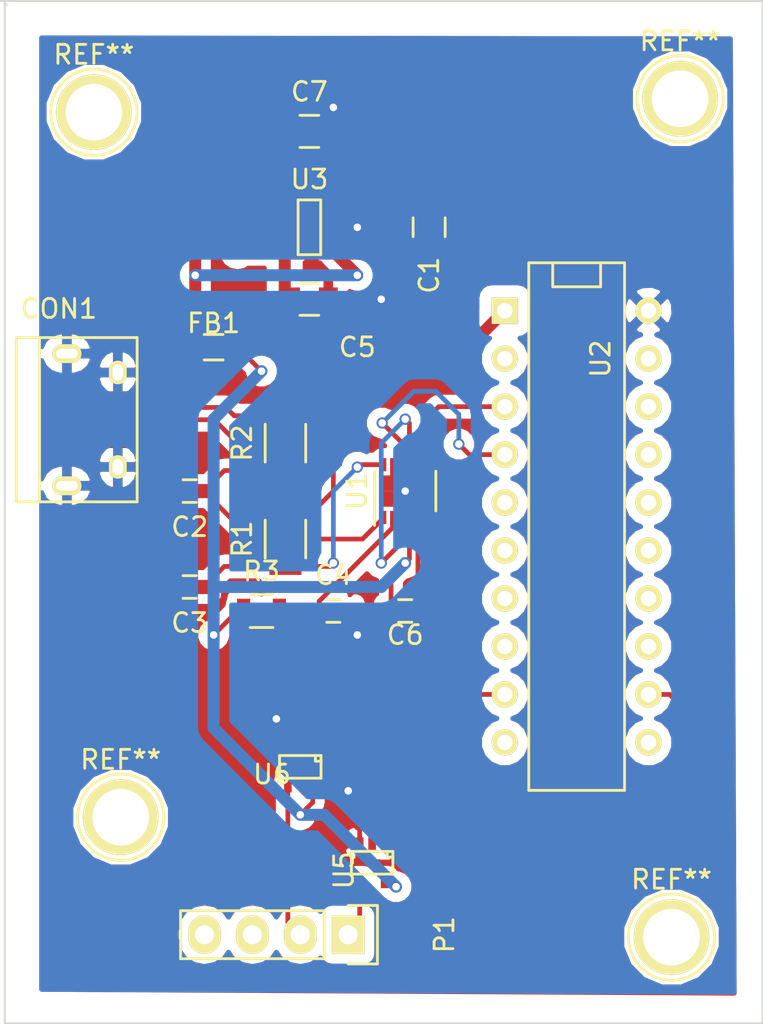
<source format=kicad_pcb>
(kicad_pcb (version 4) (host pcbnew "(2015-07-31 BZR 6030)-product")

  (general
    (links 48)
    (no_connects 0)
    (area 102.972399 57.811199 143.458401 112.064001)
    (thickness 1.6)
    (drawings 5)
    (tracks 172)
    (zones 0)
    (modules 22)
    (nets 17)
  )

  (page A4)
  (layers
    (0 F.Cu signal)
    (31 B.Cu signal)
    (32 B.Adhes user)
    (33 F.Adhes user)
    (34 B.Paste user)
    (35 F.Paste user)
    (36 B.SilkS user)
    (37 F.SilkS user)
    (38 B.Mask user)
    (39 F.Mask user)
    (40 Dwgs.User user)
    (41 Cmts.User user)
    (42 Eco1.User user)
    (43 Eco2.User user)
    (44 Edge.Cuts user)
    (45 Margin user)
    (46 B.CrtYd user)
    (47 F.CrtYd user)
    (48 B.Fab user)
    (49 F.Fab user)
  )

  (setup
    (last_trace_width 0.25)
    (user_trace_width 0.635)
    (trace_clearance 0.12)
    (zone_clearance 0.508)
    (zone_45_only no)
    (trace_min 0.2)
    (segment_width 0.2)
    (edge_width 0.1)
    (via_size 0.6)
    (via_drill 0.4)
    (via_min_size 0.4)
    (via_min_drill 0.3)
    (uvia_size 0.3)
    (uvia_drill 0.1)
    (uvias_allowed no)
    (uvia_min_size 0.2)
    (uvia_min_drill 0.1)
    (pcb_text_width 0.3)
    (pcb_text_size 1.5 1.5)
    (mod_edge_width 0.15)
    (mod_text_size 1 1)
    (mod_text_width 0.15)
    (pad_size 4 4)
    (pad_drill 3)
    (pad_to_mask_clearance 0)
    (aux_axis_origin 0 0)
    (visible_elements FFFFFF7F)
    (pcbplotparams
      (layerselection 0x010f0_80000001)
      (usegerberextensions false)
      (excludeedgelayer true)
      (linewidth 0.100000)
      (plotframeref false)
      (viasonmask false)
      (mode 1)
      (useauxorigin false)
      (hpglpennumber 1)
      (hpglpenspeed 20)
      (hpglpendiameter 15)
      (hpglpenoverlay 2)
      (psnegative false)
      (psa4output false)
      (plotreference true)
      (plotvalue true)
      (plotinvisibletext false)
      (padsonsilk false)
      (subtractmaskfromsilk false)
      (outputformat 1)
      (mirror false)
      (drillshape 0)
      (scaleselection 1)
      (outputdirectory ""))
  )

  (net 0 "")
  (net 1 "Net-(C1-Pad1)")
  (net 2 GND)
  (net 3 "Net-(C2-Pad1)")
  (net 4 "Net-(C3-Pad1)")
  (net 5 "Net-(C4-Pad1)")
  (net 6 "Net-(C5-Pad1)")
  (net 7 +5V)
  (net 8 "Net-(CON1-Pad2)")
  (net 9 "Net-(CON1-Pad3)")
  (net 10 "Net-(P1-Pad1)")
  (net 11 "Net-(P1-Pad2)")
  (net 12 "Net-(U1-Pad3)")
  (net 13 "Net-(U1-Pad7)")
  (net 14 "Net-(U1-Pad10)")
  (net 15 "Net-(U2-Pad9)")
  (net 16 "Net-(U2-Pad12)")

  (net_class Default "This is the default net class."
    (clearance 0.12)
    (trace_width 0.25)
    (via_dia 0.6)
    (via_drill 0.4)
    (uvia_dia 0.3)
    (uvia_drill 0.1)
    (add_net +5V)
    (add_net GND)
    (add_net "Net-(C1-Pad1)")
    (add_net "Net-(C2-Pad1)")
    (add_net "Net-(C3-Pad1)")
    (add_net "Net-(C4-Pad1)")
    (add_net "Net-(CON1-Pad2)")
    (add_net "Net-(CON1-Pad3)")
    (add_net "Net-(P1-Pad1)")
    (add_net "Net-(P1-Pad2)")
    (add_net "Net-(U1-Pad10)")
    (add_net "Net-(U1-Pad3)")
    (add_net "Net-(U1-Pad7)")
    (add_net "Net-(U2-Pad12)")
    (add_net "Net-(U2-Pad9)")
  )

  (net_class Power ""
    (clearance 0.635)
    (trace_width 0.635)
    (via_dia 1.2)
    (via_drill 0.9)
    (uvia_dia 0.6)
    (uvia_drill 0.4)
    (add_net "Net-(C5-Pad1)")
  )

  (module Connect:1pin (layer F.Cu) (tedit 55EE3DD6) (tstamp 55EE3DF1)
    (at 109.3724 101.092)
    (descr "module 1 pin (ou trou mecanique de percage)")
    (tags DEV)
    (fp_text reference REF** (at 0 -3.048) (layer F.SilkS)
      (effects (font (size 1 1) (thickness 0.15)))
    )
    (fp_text value 1pin (at 0 2.794) (layer F.Fab)
      (effects (font (size 1 1) (thickness 0.15)))
    )
    (fp_circle (center 0 0) (end 0 -2.286) (layer F.SilkS) (width 0.15))
    (pad 1 thru_hole circle (at 0 0) (size 4 4) (drill 3) (layers *.Cu *.Mask F.SilkS))
  )

  (module Connect:1pin (layer F.Cu) (tedit 55EE3DD6) (tstamp 55EE3DEB)
    (at 138.5824 107.442)
    (descr "module 1 pin (ou trou mecanique de percage)")
    (tags DEV)
    (fp_text reference REF** (at 0 -3.048) (layer F.SilkS)
      (effects (font (size 1 1) (thickness 0.15)))
    )
    (fp_text value 1pin (at 0 2.794) (layer F.Fab)
      (effects (font (size 1 1) (thickness 0.15)))
    )
    (fp_circle (center 0 0) (end 0 -2.286) (layer F.SilkS) (width 0.15))
    (pad 1 thru_hole circle (at 0 0) (size 4 4) (drill 3) (layers *.Cu *.Mask F.SilkS))
  )

  (module Connect:1pin (layer F.Cu) (tedit 55EE3DD6) (tstamp 55EE3DE1)
    (at 139.0396 63.0428)
    (descr "module 1 pin (ou trou mecanique de percage)")
    (tags DEV)
    (fp_text reference REF** (at 0 -3.048) (layer F.SilkS)
      (effects (font (size 1 1) (thickness 0.15)))
    )
    (fp_text value 1pin (at 0 2.794) (layer F.Fab)
      (effects (font (size 1 1) (thickness 0.15)))
    )
    (fp_circle (center 0 0) (end 0 -2.286) (layer F.SilkS) (width 0.15))
    (pad 1 thru_hole circle (at 0 0) (size 4 4) (drill 3) (layers *.Cu *.Mask F.SilkS))
  )

  (module Capacitors_SMD:C_0805 (layer F.Cu) (tedit 55DB746B) (tstamp 55DB72CD)
    (at 125.73 69.85 270)
    (descr "Capacitor SMD 0805, reflow soldering, AVX (see smccp.pdf)")
    (tags "capacitor 0805")
    (path /553845FD)
    (attr smd)
    (fp_text reference C1 (at 2.54 0 270) (layer F.SilkS)
      (effects (font (size 1 1) (thickness 0.15)))
    )
    (fp_text value 22u (at 0 -2.54 270) (layer F.Fab)
      (effects (font (size 1 1) (thickness 0.15)))
    )
    (fp_line (start -1.8 -1) (end 1.8 -1) (layer F.CrtYd) (width 0.05))
    (fp_line (start -1.8 1) (end 1.8 1) (layer F.CrtYd) (width 0.05))
    (fp_line (start -1.8 -1) (end -1.8 1) (layer F.CrtYd) (width 0.05))
    (fp_line (start 1.8 -1) (end 1.8 1) (layer F.CrtYd) (width 0.05))
    (fp_line (start 0.5 -0.85) (end -0.5 -0.85) (layer F.SilkS) (width 0.15))
    (fp_line (start -0.5 0.85) (end 0.5 0.85) (layer F.SilkS) (width 0.15))
    (pad 1 smd rect (at -1 0 270) (size 1 1.25) (layers F.Cu F.Paste F.Mask)
      (net 1 "Net-(C1-Pad1)"))
    (pad 2 smd rect (at 1 0 270) (size 1 1.25) (layers F.Cu F.Paste F.Mask)
      (net 2 GND))
    (model Capacitors_SMD.3dshapes/C_0805.wrl
      (at (xyz 0 0 0))
      (scale (xyz 1 1 1))
      (rotate (xyz 0 0 0))
    )
  )

  (module Capacitors_SMD:C_0603 (layer F.Cu) (tedit 5415D631) (tstamp 55DB72D9)
    (at 113.03 83.82 180)
    (descr "Capacitor SMD 0603, reflow soldering, AVX (see smccp.pdf)")
    (tags "capacitor 0603")
    (path /55386108)
    (attr smd)
    (fp_text reference C2 (at 0 -1.9 180) (layer F.SilkS)
      (effects (font (size 1 1) (thickness 0.15)))
    )
    (fp_text value 47p (at 0 1.9 180) (layer F.Fab)
      (effects (font (size 1 1) (thickness 0.15)))
    )
    (fp_line (start -1.45 -0.75) (end 1.45 -0.75) (layer F.CrtYd) (width 0.05))
    (fp_line (start -1.45 0.75) (end 1.45 0.75) (layer F.CrtYd) (width 0.05))
    (fp_line (start -1.45 -0.75) (end -1.45 0.75) (layer F.CrtYd) (width 0.05))
    (fp_line (start 1.45 -0.75) (end 1.45 0.75) (layer F.CrtYd) (width 0.05))
    (fp_line (start -0.35 -0.6) (end 0.35 -0.6) (layer F.SilkS) (width 0.15))
    (fp_line (start 0.35 0.6) (end -0.35 0.6) (layer F.SilkS) (width 0.15))
    (pad 1 smd rect (at -0.75 0 180) (size 0.8 0.75) (layers F.Cu F.Paste F.Mask)
      (net 3 "Net-(C2-Pad1)"))
    (pad 2 smd rect (at 0.75 0 180) (size 0.8 0.75) (layers F.Cu F.Paste F.Mask)
      (net 2 GND))
    (model Capacitors_SMD.3dshapes/C_0603.wrl
      (at (xyz 0 0 0))
      (scale (xyz 1 1 1))
      (rotate (xyz 0 0 0))
    )
  )

  (module Capacitors_SMD:C_0603 (layer F.Cu) (tedit 5415D631) (tstamp 55DB72E5)
    (at 113.03 88.9 180)
    (descr "Capacitor SMD 0603, reflow soldering, AVX (see smccp.pdf)")
    (tags "capacitor 0603")
    (path /553861AD)
    (attr smd)
    (fp_text reference C3 (at 0 -1.9 180) (layer F.SilkS)
      (effects (font (size 1 1) (thickness 0.15)))
    )
    (fp_text value 47p (at 0 1.9 180) (layer F.Fab)
      (effects (font (size 1 1) (thickness 0.15)))
    )
    (fp_line (start -1.45 -0.75) (end 1.45 -0.75) (layer F.CrtYd) (width 0.05))
    (fp_line (start -1.45 0.75) (end 1.45 0.75) (layer F.CrtYd) (width 0.05))
    (fp_line (start -1.45 -0.75) (end -1.45 0.75) (layer F.CrtYd) (width 0.05))
    (fp_line (start 1.45 -0.75) (end 1.45 0.75) (layer F.CrtYd) (width 0.05))
    (fp_line (start -0.35 -0.6) (end 0.35 -0.6) (layer F.SilkS) (width 0.15))
    (fp_line (start 0.35 0.6) (end -0.35 0.6) (layer F.SilkS) (width 0.15))
    (pad 1 smd rect (at -0.75 0 180) (size 0.8 0.75) (layers F.Cu F.Paste F.Mask)
      (net 4 "Net-(C3-Pad1)"))
    (pad 2 smd rect (at 0.75 0 180) (size 0.8 0.75) (layers F.Cu F.Paste F.Mask)
      (net 2 GND))
    (model Capacitors_SMD.3dshapes/C_0603.wrl
      (at (xyz 0 0 0))
      (scale (xyz 1 1 1))
      (rotate (xyz 0 0 0))
    )
  )

  (module Capacitors_SMD:C_0603 (layer F.Cu) (tedit 5415D631) (tstamp 55DB72F1)
    (at 120.65 90.17)
    (descr "Capacitor SMD 0603, reflow soldering, AVX (see smccp.pdf)")
    (tags "capacitor 0603")
    (path /55385764)
    (attr smd)
    (fp_text reference C4 (at 0 -1.9) (layer F.SilkS)
      (effects (font (size 1 1) (thickness 0.15)))
    )
    (fp_text value 100n (at 0 1.9) (layer F.Fab)
      (effects (font (size 1 1) (thickness 0.15)))
    )
    (fp_line (start -1.45 -0.75) (end 1.45 -0.75) (layer F.CrtYd) (width 0.05))
    (fp_line (start -1.45 0.75) (end 1.45 0.75) (layer F.CrtYd) (width 0.05))
    (fp_line (start -1.45 -0.75) (end -1.45 0.75) (layer F.CrtYd) (width 0.05))
    (fp_line (start 1.45 -0.75) (end 1.45 0.75) (layer F.CrtYd) (width 0.05))
    (fp_line (start -0.35 -0.6) (end 0.35 -0.6) (layer F.SilkS) (width 0.15))
    (fp_line (start 0.35 0.6) (end -0.35 0.6) (layer F.SilkS) (width 0.15))
    (pad 1 smd rect (at -0.75 0) (size 0.8 0.75) (layers F.Cu F.Paste F.Mask)
      (net 5 "Net-(C4-Pad1)"))
    (pad 2 smd rect (at 0.75 0) (size 0.8 0.75) (layers F.Cu F.Paste F.Mask)
      (net 2 GND))
    (model Capacitors_SMD.3dshapes/C_0603.wrl
      (at (xyz 0 0 0))
      (scale (xyz 1 1 1))
      (rotate (xyz 0 0 0))
    )
  )

  (module Capacitors_SMD:C_0805 (layer F.Cu) (tedit 55DB74B2) (tstamp 55DB72FD)
    (at 119.38 73.66)
    (descr "Capacitor SMD 0805, reflow soldering, AVX (see smccp.pdf)")
    (tags "capacitor 0805")
    (path /55384C13)
    (attr smd)
    (fp_text reference C5 (at 2.54 2.54) (layer F.SilkS)
      (effects (font (size 1 1) (thickness 0.15)))
    )
    (fp_text value 22u (at 0 2.54) (layer F.Fab)
      (effects (font (size 1 1) (thickness 0.15)))
    )
    (fp_line (start -1.8 -1) (end 1.8 -1) (layer F.CrtYd) (width 0.05))
    (fp_line (start -1.8 1) (end 1.8 1) (layer F.CrtYd) (width 0.05))
    (fp_line (start -1.8 -1) (end -1.8 1) (layer F.CrtYd) (width 0.05))
    (fp_line (start 1.8 -1) (end 1.8 1) (layer F.CrtYd) (width 0.05))
    (fp_line (start 0.5 -0.85) (end -0.5 -0.85) (layer F.SilkS) (width 0.15))
    (fp_line (start -0.5 0.85) (end 0.5 0.85) (layer F.SilkS) (width 0.15))
    (pad 1 smd rect (at -1 0) (size 1 1.25) (layers F.Cu F.Paste F.Mask)
      (net 6 "Net-(C5-Pad1)"))
    (pad 2 smd rect (at 1 0) (size 1 1.25) (layers F.Cu F.Paste F.Mask)
      (net 2 GND))
    (model Capacitors_SMD.3dshapes/C_0805.wrl
      (at (xyz 0 0 0))
      (scale (xyz 1 1 1))
      (rotate (xyz 0 0 0))
    )
  )

  (module Capacitors_SMD:C_0603 (layer F.Cu) (tedit 55DB8835) (tstamp 55DB7309)
    (at 124.46 90.17)
    (descr "Capacitor SMD 0603, reflow soldering, AVX (see smccp.pdf)")
    (tags "capacitor 0603")
    (path /5539460A)
    (attr smd)
    (fp_text reference C6 (at 0 1.27) (layer F.SilkS)
      (effects (font (size 1 1) (thickness 0.15)))
    )
    (fp_text value 100n (at 3.81 0) (layer F.Fab)
      (effects (font (size 1 1) (thickness 0.15)))
    )
    (fp_line (start -1.45 -0.75) (end 1.45 -0.75) (layer F.CrtYd) (width 0.05))
    (fp_line (start -1.45 0.75) (end 1.45 0.75) (layer F.CrtYd) (width 0.05))
    (fp_line (start -1.45 -0.75) (end -1.45 0.75) (layer F.CrtYd) (width 0.05))
    (fp_line (start 1.45 -0.75) (end 1.45 0.75) (layer F.CrtYd) (width 0.05))
    (fp_line (start -0.35 -0.6) (end 0.35 -0.6) (layer F.SilkS) (width 0.15))
    (fp_line (start 0.35 0.6) (end -0.35 0.6) (layer F.SilkS) (width 0.15))
    (pad 1 smd rect (at -0.75 0) (size 0.8 0.75) (layers F.Cu F.Paste F.Mask)
      (net 7 +5V))
    (pad 2 smd rect (at 0.75 0) (size 0.8 0.75) (layers F.Cu F.Paste F.Mask)
      (net 2 GND))
    (model Capacitors_SMD.3dshapes/C_0603.wrl
      (at (xyz 0 0 0))
      (scale (xyz 1 1 1))
      (rotate (xyz 0 0 0))
    )
  )

  (module Capacitors_SMD:C_0805 (layer F.Cu) (tedit 5415D6EA) (tstamp 55DB7315)
    (at 119.38 64.77)
    (descr "Capacitor SMD 0805, reflow soldering, AVX (see smccp.pdf)")
    (tags "capacitor 0805")
    (path /55393FD2)
    (attr smd)
    (fp_text reference C7 (at 0 -2.1) (layer F.SilkS)
      (effects (font (size 1 1) (thickness 0.15)))
    )
    (fp_text value 0.1u (at 0 2.1) (layer F.Fab)
      (effects (font (size 1 1) (thickness 0.15)))
    )
    (fp_line (start -1.8 -1) (end 1.8 -1) (layer F.CrtYd) (width 0.05))
    (fp_line (start -1.8 1) (end 1.8 1) (layer F.CrtYd) (width 0.05))
    (fp_line (start -1.8 -1) (end -1.8 1) (layer F.CrtYd) (width 0.05))
    (fp_line (start 1.8 -1) (end 1.8 1) (layer F.CrtYd) (width 0.05))
    (fp_line (start 0.5 -0.85) (end -0.5 -0.85) (layer F.SilkS) (width 0.15))
    (fp_line (start -0.5 0.85) (end 0.5 0.85) (layer F.SilkS) (width 0.15))
    (pad 1 smd rect (at -1 0) (size 1 1.25) (layers F.Cu F.Paste F.Mask)
      (net 6 "Net-(C5-Pad1)"))
    (pad 2 smd rect (at 1 0) (size 1 1.25) (layers F.Cu F.Paste F.Mask)
      (net 2 GND))
    (model Capacitors_SMD.3dshapes/C_0805.wrl
      (at (xyz 0 0 0))
      (scale (xyz 1 1 1))
      (rotate (xyz 0 0 0))
    )
  )

  (module Connect:USB_Micro-B (layer F.Cu) (tedit 55EE3CF8) (tstamp 55DB7327)
    (at 109.22 78.74)
    (descr "Micro USB Type B Receptacle")
    (tags "USB, micro, type B, receptacle")
    (path /5538404B)
    (fp_text reference CON1 (at -3.125 -4.575) (layer F.SilkS)
      (effects (font (size 1 1) (thickness 0.15)))
    )
    (fp_text value USB-MICRO-B (at -2.0828 12.192 90) (layer F.Fab)
      (effects (font (size 1 1) (thickness 0.15)))
    )
    (fp_line (start -5.38 -3.05) (end -5.38 5.65) (layer F.SilkS) (width 0.15))
    (fp_line (start 1.025 -3.05) (end 1.025 5.65) (layer F.SilkS) (width 0.15))
    (fp_line (start 1.025 5.65) (end -5.38 5.65) (layer F.SilkS) (width 0.15))
    (fp_line (start -4.15 5.65) (end -4.15 -3.05) (layer F.SilkS) (width 0.15))
    (fp_line (start -5.38 -3.05) (end 1.025 -3.05) (layer F.SilkS) (width 0.15))
    (pad 1 smd rect (at 0 0) (size 1.35 0.4) (layers F.Cu F.Paste F.Mask)
      (net 1 "Net-(C1-Pad1)"))
    (pad 2 smd rect (at 0 0.65) (size 1.35 0.4) (layers F.Cu F.Paste F.Mask)
      (net 8 "Net-(CON1-Pad2)"))
    (pad 3 smd rect (at 0 1.3) (size 1.35 0.4) (layers F.Cu F.Paste F.Mask)
      (net 9 "Net-(CON1-Pad3)"))
    (pad 4 smd rect (at 0 1.95) (size 1.35 0.4) (layers F.Cu F.Paste F.Mask))
    (pad 5 smd rect (at 0 2.6) (size 1.35 0.4) (layers F.Cu F.Paste F.Mask)
      (net 2 GND))
    (pad 6 thru_hole oval (at 0 -1.2) (size 0.95 1.25) (drill oval 0.55 0.85) (layers *.Cu *.Mask F.SilkS)
      (net 2 GND) (clearance 0.2))
    (pad 7 thru_hole oval (at 0 3.8) (size 0.95 1.25) (drill oval 0.55 0.85) (layers *.Cu *.Mask F.SilkS)
      (net 2 GND))
    (pad 8 thru_hole oval (at -2.7 -2.2) (size 1.55 1) (drill oval 1.15 0.5) (layers *.Cu *.Mask F.SilkS)
      (net 2 GND))
    (pad 9 thru_hole oval (at -2.7 4.8) (size 1.55 1) (drill oval 1.15 0.5) (layers *.Cu *.Mask F.SilkS)
      (net 2 GND))
  )

  (module Resistors_SMD:R_0603 (layer F.Cu) (tedit 55DB746F) (tstamp 55DB7333)
    (at 114.3 76.2 180)
    (descr "Resistor SMD 0603, reflow soldering, Vishay (see dcrcw.pdf)")
    (tags "resistor 0603")
    (path /55384EAA)
    (attr smd)
    (fp_text reference FB1 (at 0 1.27 180) (layer F.SilkS)
      (effects (font (size 1 1) (thickness 0.15)))
    )
    (fp_text value FERRITEBEAD (at 0 1.9 180) (layer F.Fab)
      (effects (font (size 1 1) (thickness 0.15)))
    )
    (fp_line (start -1.3 -0.8) (end 1.3 -0.8) (layer F.CrtYd) (width 0.05))
    (fp_line (start -1.3 0.8) (end 1.3 0.8) (layer F.CrtYd) (width 0.05))
    (fp_line (start -1.3 -0.8) (end -1.3 0.8) (layer F.CrtYd) (width 0.05))
    (fp_line (start 1.3 -0.8) (end 1.3 0.8) (layer F.CrtYd) (width 0.05))
    (fp_line (start 0.5 0.675) (end -0.5 0.675) (layer F.SilkS) (width 0.15))
    (fp_line (start -0.5 -0.675) (end 0.5 -0.675) (layer F.SilkS) (width 0.15))
    (pad 1 smd rect (at -0.75 0 180) (size 0.5 0.9) (layers F.Cu F.Paste F.Mask)
      (net 7 +5V))
    (pad 2 smd rect (at 0.75 0 180) (size 0.5 0.9) (layers F.Cu F.Paste F.Mask)
      (net 1 "Net-(C1-Pad1)"))
    (model Resistors_SMD.3dshapes/R_0603.wrl
      (at (xyz 0 0 0))
      (scale (xyz 1 1 1))
      (rotate (xyz 0 0 0))
    )
  )

  (module Pin_Headers:Pin_Header_Straight_1x04 (layer F.Cu) (tedit 55EE3C8C) (tstamp 55DB7346)
    (at 121.4374 107.315 270)
    (descr "Through hole pin header")
    (tags "pin header")
    (path /55389E05)
    (fp_text reference P1 (at 0 -5.1 270) (layer F.SilkS)
      (effects (font (size 1 1) (thickness 0.15)))
    )
    (fp_text value SERVO_PWMS (at -2.5146 9.017 360) (layer F.Fab)
      (effects (font (size 1 1) (thickness 0.15)))
    )
    (fp_line (start -1.75 -1.75) (end -1.75 9.4) (layer F.CrtYd) (width 0.05))
    (fp_line (start 1.75 -1.75) (end 1.75 9.4) (layer F.CrtYd) (width 0.05))
    (fp_line (start -1.75 -1.75) (end 1.75 -1.75) (layer F.CrtYd) (width 0.05))
    (fp_line (start -1.75 9.4) (end 1.75 9.4) (layer F.CrtYd) (width 0.05))
    (fp_line (start -1.27 1.27) (end -1.27 8.89) (layer F.SilkS) (width 0.15))
    (fp_line (start 1.27 1.27) (end 1.27 8.89) (layer F.SilkS) (width 0.15))
    (fp_line (start 1.55 -1.55) (end 1.55 0) (layer F.SilkS) (width 0.15))
    (fp_line (start -1.27 8.89) (end 1.27 8.89) (layer F.SilkS) (width 0.15))
    (fp_line (start 1.27 1.27) (end -1.27 1.27) (layer F.SilkS) (width 0.15))
    (fp_line (start -1.55 0) (end -1.55 -1.55) (layer F.SilkS) (width 0.15))
    (fp_line (start -1.55 -1.55) (end 1.55 -1.55) (layer F.SilkS) (width 0.15))
    (pad 1 thru_hole rect (at 0 0 270) (size 2.032 1.7272) (drill 1.016) (layers *.Cu *.Mask F.SilkS)
      (net 10 "Net-(P1-Pad1)"))
    (pad 2 thru_hole oval (at 0 2.54 270) (size 2.032 1.7272) (drill 1.016) (layers *.Cu *.Mask F.SilkS)
      (net 11 "Net-(P1-Pad2)"))
    (pad 3 thru_hole oval (at 0 5.08 270) (size 2.032 1.7272) (drill 1.016) (layers *.Cu *.Mask F.SilkS))
    (pad 4 thru_hole oval (at 0 7.62 270) (size 2.032 1.7272) (drill 1.016) (layers *.Cu *.Mask F.SilkS))
    (model Pin_Headers.3dshapes/Pin_Header_Straight_1x04.wrl
      (at (xyz 0 -0.15 0))
      (scale (xyz 1 1 1))
      (rotate (xyz 0 0 90))
    )
  )

  (module Resistors_SMD:R_1206 (layer F.Cu) (tedit 5415CFA7) (tstamp 55DB7352)
    (at 118.11 86.36 90)
    (descr "Resistor SMD 1206, reflow soldering, Vishay (see dcrcw.pdf)")
    (tags "resistor 1206")
    (path /55385B36)
    (attr smd)
    (fp_text reference R1 (at 0 -2.3 90) (layer F.SilkS)
      (effects (font (size 1 1) (thickness 0.15)))
    )
    (fp_text value 27 (at 0 2.3 90) (layer F.Fab)
      (effects (font (size 1 1) (thickness 0.15)))
    )
    (fp_line (start -2.2 -1.2) (end 2.2 -1.2) (layer F.CrtYd) (width 0.05))
    (fp_line (start -2.2 1.2) (end 2.2 1.2) (layer F.CrtYd) (width 0.05))
    (fp_line (start -2.2 -1.2) (end -2.2 1.2) (layer F.CrtYd) (width 0.05))
    (fp_line (start 2.2 -1.2) (end 2.2 1.2) (layer F.CrtYd) (width 0.05))
    (fp_line (start 1 1.075) (end -1 1.075) (layer F.SilkS) (width 0.15))
    (fp_line (start -1 -1.075) (end 1 -1.075) (layer F.SilkS) (width 0.15))
    (pad 1 smd rect (at -1.45 0 90) (size 0.9 1.7) (layers F.Cu F.Paste F.Mask)
      (net 4 "Net-(C3-Pad1)"))
    (pad 2 smd rect (at 1.45 0 90) (size 0.9 1.7) (layers F.Cu F.Paste F.Mask)
      (net 9 "Net-(CON1-Pad3)"))
    (model Resistors_SMD.3dshapes/R_1206.wrl
      (at (xyz 0 0 0))
      (scale (xyz 1 1 1))
      (rotate (xyz 0 0 0))
    )
  )

  (module Resistors_SMD:R_1206 (layer F.Cu) (tedit 5415CFA7) (tstamp 55DB735E)
    (at 118.11 81.28 90)
    (descr "Resistor SMD 1206, reflow soldering, Vishay (see dcrcw.pdf)")
    (tags "resistor 1206")
    (path /55385B03)
    (attr smd)
    (fp_text reference R2 (at 0 -2.3 90) (layer F.SilkS)
      (effects (font (size 1 1) (thickness 0.15)))
    )
    (fp_text value 27 (at 0 2.3 90) (layer F.Fab)
      (effects (font (size 1 1) (thickness 0.15)))
    )
    (fp_line (start -2.2 -1.2) (end 2.2 -1.2) (layer F.CrtYd) (width 0.05))
    (fp_line (start -2.2 1.2) (end 2.2 1.2) (layer F.CrtYd) (width 0.05))
    (fp_line (start -2.2 -1.2) (end -2.2 1.2) (layer F.CrtYd) (width 0.05))
    (fp_line (start 2.2 -1.2) (end 2.2 1.2) (layer F.CrtYd) (width 0.05))
    (fp_line (start 1 1.075) (end -1 1.075) (layer F.SilkS) (width 0.15))
    (fp_line (start -1 -1.075) (end 1 -1.075) (layer F.SilkS) (width 0.15))
    (pad 1 smd rect (at -1.45 0 90) (size 0.9 1.7) (layers F.Cu F.Paste F.Mask)
      (net 3 "Net-(C2-Pad1)"))
    (pad 2 smd rect (at 1.45 0 90) (size 0.9 1.7) (layers F.Cu F.Paste F.Mask)
      (net 8 "Net-(CON1-Pad2)"))
    (model Resistors_SMD.3dshapes/R_1206.wrl
      (at (xyz 0 0 0))
      (scale (xyz 1 1 1))
      (rotate (xyz 0 0 0))
    )
  )

  (module Resistors_SMD:R_0805 (layer F.Cu) (tedit 5415CDEB) (tstamp 55DB736A)
    (at 116.84 90.17)
    (descr "Resistor SMD 0805, reflow soldering, Vishay (see dcrcw.pdf)")
    (tags "resistor 0805")
    (path /55387053)
    (attr smd)
    (fp_text reference R3 (at 0 -2.1) (layer F.SilkS)
      (effects (font (size 1 1) (thickness 0.15)))
    )
    (fp_text value 10k (at 0 2.1) (layer F.Fab)
      (effects (font (size 1 1) (thickness 0.15)))
    )
    (fp_line (start -1.6 -1) (end 1.6 -1) (layer F.CrtYd) (width 0.05))
    (fp_line (start -1.6 1) (end 1.6 1) (layer F.CrtYd) (width 0.05))
    (fp_line (start -1.6 -1) (end -1.6 1) (layer F.CrtYd) (width 0.05))
    (fp_line (start 1.6 -1) (end 1.6 1) (layer F.CrtYd) (width 0.05))
    (fp_line (start 0.6 0.875) (end -0.6 0.875) (layer F.SilkS) (width 0.15))
    (fp_line (start -0.6 -0.875) (end 0.6 -0.875) (layer F.SilkS) (width 0.15))
    (pad 1 smd rect (at -0.95 0) (size 0.7 1.3) (layers F.Cu F.Paste F.Mask)
      (net 7 +5V))
    (pad 2 smd rect (at 0.95 0) (size 0.7 1.3) (layers F.Cu F.Paste F.Mask)
      (net 5 "Net-(C4-Pad1)"))
    (model Resistors_SMD.3dshapes/R_0805.wrl
      (at (xyz 0 0 0))
      (scale (xyz 1 1 1))
      (rotate (xyz 0 0 0))
    )
  )

  (module Housings_DFN_QFN:DFN-12-1EP_3x3mm_Pitch0.45mm (layer F.Cu) (tedit 54130A77) (tstamp 55DB7384)
    (at 124.46 83.82 90)
    (descr "DD Package; 12-Lead Plastic DFN (3mm x 3mm) (see Linear Technology DFN_12_05-08-1725.pdf)")
    (tags "DFN 0.45")
    (path /55383BD6)
    (attr smd)
    (fp_text reference U1 (at 0 -2.55 90) (layer F.SilkS)
      (effects (font (size 1 1) (thickness 0.15)))
    )
    (fp_text value FT234XD (at 0 2.55 90) (layer F.Fab)
      (effects (font (size 1 1) (thickness 0.15)))
    )
    (fp_line (start -2 -1.8) (end -2 1.8) (layer F.CrtYd) (width 0.05))
    (fp_line (start 2 -1.8) (end 2 1.8) (layer F.CrtYd) (width 0.05))
    (fp_line (start -2 -1.8) (end 2 -1.8) (layer F.CrtYd) (width 0.05))
    (fp_line (start -2 1.8) (end 2 1.8) (layer F.CrtYd) (width 0.05))
    (fp_line (start -1.05 1.625) (end 1.05 1.625) (layer F.SilkS) (width 0.15))
    (fp_line (start -1.825 -1.625) (end 1.05 -1.625) (layer F.SilkS) (width 0.15))
    (pad 1 smd rect (at -1.4 -1.125 90) (size 0.7 0.25) (layers F.Cu F.Paste F.Mask)
      (net 3 "Net-(C2-Pad1)"))
    (pad 2 smd rect (at -1.4 -0.675 90) (size 0.7 0.25) (layers F.Cu F.Paste F.Mask)
      (net 5 "Net-(C4-Pad1)"))
    (pad 3 smd rect (at -1.4 -0.225 90) (size 0.7 0.25) (layers F.Cu F.Paste F.Mask)
      (net 12 "Net-(U1-Pad3)"))
    (pad 4 smd rect (at -1.4 0.225 90) (size 0.7 0.25) (layers F.Cu F.Paste F.Mask)
      (net 7 +5V))
    (pad 5 smd rect (at -1.4 0.675 90) (size 0.7 0.25) (layers F.Cu F.Paste F.Mask)
      (net 2 GND))
    (pad 6 smd rect (at -1.4 1.125 90) (size 0.7 0.25) (layers F.Cu F.Paste F.Mask))
    (pad 7 smd rect (at 1.4 1.125 90) (size 0.7 0.25) (layers F.Cu F.Paste F.Mask)
      (net 13 "Net-(U1-Pad7)"))
    (pad 8 smd rect (at 1.4 0.675 90) (size 0.7 0.25) (layers F.Cu F.Paste F.Mask))
    (pad 9 smd rect (at 1.4 0.225 90) (size 0.7 0.25) (layers F.Cu F.Paste F.Mask)
      (net 12 "Net-(U1-Pad3)"))
    (pad 10 smd rect (at 1.4 -0.225 90) (size 0.7 0.25) (layers F.Cu F.Paste F.Mask)
      (net 14 "Net-(U1-Pad10)"))
    (pad 11 smd rect (at 1.4 -0.675 90) (size 0.7 0.25) (layers F.Cu F.Paste F.Mask)
      (net 2 GND))
    (pad 12 smd rect (at 1.4 -1.125 90) (size 0.7 0.25) (layers F.Cu F.Paste F.Mask)
      (net 4 "Net-(C3-Pad1)"))
    (pad 13 smd rect (at 0.415 0.595 90) (size 0.83 1.19) (layers F.Cu F.Paste F.Mask)
      (net 2 GND) (solder_paste_margin_ratio -0.2))
    (pad 13 smd rect (at 0.415 -0.595 90) (size 0.83 1.19) (layers F.Cu F.Paste F.Mask)
      (net 2 GND) (solder_paste_margin_ratio -0.2))
    (pad 13 smd rect (at -0.415 0.595 90) (size 0.83 1.19) (layers F.Cu F.Paste F.Mask)
      (net 2 GND) (solder_paste_margin_ratio -0.2))
    (pad 13 smd rect (at -0.415 -0.595 90) (size 0.83 1.19) (layers F.Cu F.Paste F.Mask)
      (net 2 GND) (solder_paste_margin_ratio -0.2))
    (model Housings_DFN_QFN.3dshapes/DFN-12-1EP_3x3mm_Pitch0.45mm.wrl
      (at (xyz 0 0 0))
      (scale (xyz 1 1 1))
      (rotate (xyz 0 0 0))
    )
  )

  (module Sockets_DIP:DIP-20__300 (layer F.Cu) (tedit 0) (tstamp 55DB73A3)
    (at 133.5532 85.6996 270)
    (descr "20 pins DIL package, round pads")
    (tags DIL)
    (path /55383D86)
    (fp_text reference U2 (at -8.89 -1.27 270) (layer F.SilkS)
      (effects (font (size 1 1) (thickness 0.15)))
    )
    (fp_text value MSP430G2153 (at 6.35 1.27 270) (layer F.Fab)
      (effects (font (size 1 1) (thickness 0.15)))
    )
    (fp_line (start -13.97 -1.27) (end -12.7 -1.27) (layer F.SilkS) (width 0.15))
    (fp_line (start -12.7 -1.27) (end -12.7 1.27) (layer F.SilkS) (width 0.15))
    (fp_line (start -12.7 1.27) (end -13.97 1.27) (layer F.SilkS) (width 0.15))
    (fp_line (start -13.97 -2.54) (end 13.97 -2.54) (layer F.SilkS) (width 0.15))
    (fp_line (start 13.97 -2.54) (end 13.97 2.54) (layer F.SilkS) (width 0.15))
    (fp_line (start 13.97 2.54) (end -13.97 2.54) (layer F.SilkS) (width 0.15))
    (fp_line (start -13.97 2.54) (end -13.97 -2.54) (layer F.SilkS) (width 0.15))
    (pad 1 thru_hole rect (at -11.43 3.81 270) (size 1.397 1.397) (drill 0.8128) (layers *.Cu *.Mask F.SilkS)
      (net 6 "Net-(C5-Pad1)"))
    (pad 2 thru_hole circle (at -8.89 3.81 270) (size 1.397 1.397) (drill 0.8128) (layers *.Cu *.Mask F.SilkS))
    (pad 3 thru_hole circle (at -6.35 3.81 270) (size 1.397 1.397) (drill 0.8128) (layers *.Cu *.Mask F.SilkS)
      (net 13 "Net-(U1-Pad7)"))
    (pad 4 thru_hole circle (at -3.81 3.81 270) (size 1.397 1.397) (drill 0.8128) (layers *.Cu *.Mask F.SilkS)
      (net 14 "Net-(U1-Pad10)"))
    (pad 5 thru_hole circle (at -1.27 3.81 270) (size 1.397 1.397) (drill 0.8128) (layers *.Cu *.Mask F.SilkS))
    (pad 6 thru_hole circle (at 1.27 3.81 270) (size 1.397 1.397) (drill 0.8128) (layers *.Cu *.Mask F.SilkS))
    (pad 7 thru_hole circle (at 3.81 3.81 270) (size 1.397 1.397) (drill 0.8128) (layers *.Cu *.Mask F.SilkS))
    (pad 8 thru_hole circle (at 6.35 3.81 270) (size 1.397 1.397) (drill 0.8128) (layers *.Cu *.Mask F.SilkS))
    (pad 9 thru_hole circle (at 8.89 3.81 270) (size 1.397 1.397) (drill 0.8128) (layers *.Cu *.Mask F.SilkS)
      (net 15 "Net-(U2-Pad9)"))
    (pad 10 thru_hole circle (at 11.43 3.81 270) (size 1.397 1.397) (drill 0.8128) (layers *.Cu *.Mask F.SilkS))
    (pad 11 thru_hole circle (at 11.43 -3.81 270) (size 1.397 1.397) (drill 0.8128) (layers *.Cu *.Mask F.SilkS))
    (pad 12 thru_hole circle (at 8.89 -3.81 270) (size 1.397 1.397) (drill 0.8128) (layers *.Cu *.Mask F.SilkS)
      (net 16 "Net-(U2-Pad12)"))
    (pad 13 thru_hole circle (at 6.35 -3.81 270) (size 1.397 1.397) (drill 0.8128) (layers *.Cu *.Mask F.SilkS))
    (pad 14 thru_hole circle (at 3.81 -3.81 270) (size 1.397 1.397) (drill 0.8128) (layers *.Cu *.Mask F.SilkS))
    (pad 15 thru_hole circle (at 1.27 -3.81 270) (size 1.397 1.397) (drill 0.8128) (layers *.Cu *.Mask F.SilkS))
    (pad 16 thru_hole circle (at -1.27 -3.81 270) (size 1.397 1.397) (drill 0.8128) (layers *.Cu *.Mask F.SilkS))
    (pad 17 thru_hole circle (at -3.81 -3.81 270) (size 1.397 1.397) (drill 0.8128) (layers *.Cu *.Mask F.SilkS))
    (pad 18 thru_hole circle (at -6.35 -3.81 270) (size 1.397 1.397) (drill 0.8128) (layers *.Cu *.Mask F.SilkS))
    (pad 19 thru_hole circle (at -8.89 -3.81 270) (size 1.397 1.397) (drill 0.8128) (layers *.Cu *.Mask F.SilkS))
    (pad 20 thru_hole circle (at -11.43 -3.81 270) (size 1.397 1.397) (drill 0.8128) (layers *.Cu *.Mask F.SilkS)
      (net 2 GND))
    (model Sockets_DIP.3dshapes/DIP-20__300.wrl
      (at (xyz 0 0 0))
      (scale (xyz 1 1 1))
      (rotate (xyz 0 0 0))
    )
  )

  (module custom_footprints:TSOT-23 (layer F.Cu) (tedit 55DB7527) (tstamp 55DB73B0)
    (at 119.38 69.85 90)
    (path /55383F31)
    (fp_text reference U3 (at 2.54 0 180) (layer F.SilkS)
      (effects (font (size 1 1) (thickness 0.15)))
    )
    (fp_text value ADP151AUJZ-3.3-R7 (at 3.81 0 180) (layer F.Fab)
      (effects (font (size 1 1) (thickness 0.15)))
    )
    (fp_line (start -1.45 0.6) (end 1.45 0.6) (layer F.SilkS) (width 0.15))
    (fp_line (start -1.45 -0.6) (end 1.45 -0.6) (layer F.SilkS) (width 0.15))
    (fp_line (start 1.45 -0.6) (end 1.45 0.6) (layer F.SilkS) (width 0.15))
    (fp_line (start -1.45 0.6) (end -1.45 -0.6) (layer F.SilkS) (width 0.15))
    (pad 4 smd rect (at 0.95 -1.31 90) (size 0.62 1.22) (layers F.Cu F.Paste F.Mask))
    (pad 5 smd rect (at -0.95 -1.31 90) (size 0.62 1.22) (layers F.Cu F.Paste F.Mask)
      (net 6 "Net-(C5-Pad1)"))
    (pad 3 smd rect (at 0.95 1.31 90) (size 0.62 1.22) (layers F.Cu F.Paste F.Mask)
      (net 1 "Net-(C1-Pad1)"))
    (pad 1 smd rect (at -0.95 1.31 90) (size 0.62 1.22) (layers F.Cu F.Paste F.Mask)
      (net 1 "Net-(C1-Pad1)"))
    (pad 2 smd rect (at 0 1.31 90) (size 0.62 1.22) (layers F.Cu F.Paste F.Mask)
      (net 2 GND))
  )

  (module Transistors_SMD:sc70-5 (layer F.Cu) (tedit 55DB73C8) (tstamp 55DB73CE)
    (at 122.7074 103.505 180)
    (descr "SC70-5 SOT323-5")
    (path /55383D10)
    (attr smd)
    (fp_text reference U5 (at 1.5 -0.4 450) (layer F.SilkS)
      (effects (font (size 1 1) (thickness 0.15)))
    )
    (fp_text value SN74LV1T04 (at 2.2 0.3 270) (layer F.Fab)
      (effects (font (size 1 1) (thickness 0.15)))
    )
    (fp_line (start -1.1 0.3) (end -0.8 0.3) (layer F.SilkS) (width 0.15))
    (fp_line (start -0.8 0.3) (end -0.8 0.6) (layer F.SilkS) (width 0.15))
    (fp_line (start 1.1 -0.6) (end -1.1 -0.6) (layer F.SilkS) (width 0.15))
    (fp_line (start -1.1 -0.6) (end -1.1 0.6) (layer F.SilkS) (width 0.15))
    (fp_line (start -1.1 0.6) (end 1.1 0.6) (layer F.SilkS) (width 0.15))
    (fp_line (start 1.1 0.6) (end 1.1 -0.6) (layer F.SilkS) (width 0.15))
    (pad 1 smd rect (at -0.6604 1.016 180) (size 0.4064 0.6604) (layers F.Cu F.Paste F.Mask))
    (pad 3 smd rect (at 0.6604 1.016 180) (size 0.4064 0.6604) (layers F.Cu F.Paste F.Mask)
      (net 2 GND))
    (pad 2 smd rect (at 0 1.016 180) (size 0.4064 0.6604) (layers F.Cu F.Paste F.Mask)
      (net 16 "Net-(U2-Pad12)"))
    (pad 4 smd rect (at 0.6604 -1.016 180) (size 0.4064 0.6604) (layers F.Cu F.Paste F.Mask)
      (net 10 "Net-(P1-Pad1)"))
    (pad 5 smd rect (at -0.6604 -1.016 180) (size 0.4064 0.6604) (layers F.Cu F.Paste F.Mask)
      (net 7 +5V))
    (model Transistors_SMD.3dshapes/sc70-5.wrl
      (at (xyz 0 0 0))
      (scale (xyz 1 1 1))
      (rotate (xyz 0 0 0))
    )
  )

  (module Transistors_SMD:sc70-5 (layer F.Cu) (tedit 55DB73BC) (tstamp 55DB73DD)
    (at 118.8974 98.425 180)
    (descr "SC70-5 SOT323-5")
    (path /55383D48)
    (attr smd)
    (fp_text reference U6 (at 1.5 -0.4 180) (layer F.SilkS)
      (effects (font (size 1 1) (thickness 0.15)))
    )
    (fp_text value SN74LV1T04 (at 2.2 0.3 270) (layer F.Fab)
      (effects (font (size 1 1) (thickness 0.15)))
    )
    (fp_line (start -1.1 0.3) (end -0.8 0.3) (layer F.SilkS) (width 0.15))
    (fp_line (start -0.8 0.3) (end -0.8 0.6) (layer F.SilkS) (width 0.15))
    (fp_line (start 1.1 -0.6) (end -1.1 -0.6) (layer F.SilkS) (width 0.15))
    (fp_line (start -1.1 -0.6) (end -1.1 0.6) (layer F.SilkS) (width 0.15))
    (fp_line (start -1.1 0.6) (end 1.1 0.6) (layer F.SilkS) (width 0.15))
    (fp_line (start 1.1 0.6) (end 1.1 -0.6) (layer F.SilkS) (width 0.15))
    (pad 1 smd rect (at -0.6604 1.016 180) (size 0.4064 0.6604) (layers F.Cu F.Paste F.Mask))
    (pad 3 smd rect (at 0.6604 1.016 180) (size 0.4064 0.6604) (layers F.Cu F.Paste F.Mask)
      (net 2 GND))
    (pad 2 smd rect (at 0 1.016 180) (size 0.4064 0.6604) (layers F.Cu F.Paste F.Mask)
      (net 15 "Net-(U2-Pad9)"))
    (pad 4 smd rect (at 0.6604 -1.016 180) (size 0.4064 0.6604) (layers F.Cu F.Paste F.Mask)
      (net 11 "Net-(P1-Pad2)"))
    (pad 5 smd rect (at -0.6604 -1.016 180) (size 0.4064 0.6604) (layers F.Cu F.Paste F.Mask)
      (net 7 +5V))
    (model Transistors_SMD.3dshapes/sc70-5.wrl
      (at (xyz 0 0 0))
      (scale (xyz 1 1 1))
      (rotate (xyz 0 0 0))
    )
  )

  (module Connect:1pin (layer F.Cu) (tedit 55EE3DD6) (tstamp 55EE3D62)
    (at 107.95 63.754)
    (descr "module 1 pin (ou trou mecanique de percage)")
    (tags DEV)
    (fp_text reference REF** (at 0 -3.048) (layer F.SilkS)
      (effects (font (size 1 1) (thickness 0.15)))
    )
    (fp_text value 1pin (at 0 2.794) (layer F.Fab)
      (effects (font (size 1 1) (thickness 0.15)))
    )
    (fp_circle (center 0 0) (end 0 -2.286) (layer F.SilkS) (width 0.15))
    (pad 1 thru_hole circle (at 0 0) (size 4 4) (drill 3) (layers *.Cu *.Mask F.SilkS))
  )

  (gr_line (start 103.2256 57.9628) (end 103.3272 58.0644) (angle 90) (layer Edge.Cuts) (width 0.1))
  (gr_line (start 103.2256 112.014) (end 103.2256 57.9628) (angle 90) (layer Edge.Cuts) (width 0.1))
  (gr_line (start 143.4084 112.014) (end 103.2256 112.014) (angle 90) (layer Edge.Cuts) (width 0.1))
  (gr_line (start 143.4084 57.8612) (end 143.4084 112.014) (angle 90) (layer Edge.Cuts) (width 0.1))
  (gr_line (start 103.0224 57.8612) (end 143.4084 57.8612) (angle 90) (layer Edge.Cuts) (width 0.1))

  (segment (start 121.92 67.31) (end 123.46 68.85) (width 0.635) (layer F.Cu) (net 1))
  (segment (start 123.46 68.85) (end 125.73 68.85) (width 0.635) (layer F.Cu) (net 1) (tstamp 55DBCA3D))
  (segment (start 109.22 78.74) (end 110.49 78.74) (width 0.25) (layer F.Cu) (net 1))
  (segment (start 113.55 76.95) (end 111.76 78.74) (width 0.635) (layer F.Cu) (net 1) (tstamp 55DBC9D1))
  (segment (start 111.76 78.74) (end 110.49 78.74) (width 0.635) (layer F.Cu) (net 1) (tstamp 55DBC9D3))
  (segment (start 113.55 76.95) (end 113.55 76.2) (width 0.635) (layer F.Cu) (net 1))
  (via (at 113.325682 72.39) (size 0.6) (drill 0.4) (layers F.Cu B.Cu) (net 1))
  (segment (start 120.69 70.8) (end 120.69 71.16) (width 0.635) (layer F.Cu) (net 1) (tstamp 55DB92E6))
  (segment (start 121.92 72.39) (end 120.69 71.16) (width 0.635) (layer F.Cu) (net 1) (tstamp 55DB92E5))
  (via (at 121.92 72.39) (size 0.6) (drill 0.4) (layers F.Cu B.Cu) (net 1))
  (segment (start 121.92 72.39) (end 113.325682 72.39) (width 0.635) (layer B.Cu) (net 1) (tstamp 55DB92E2))
  (segment (start 120.69 68.9) (end 120.69 68.54) (width 0.635) (layer F.Cu) (net 1))
  (segment (start 113.325682 63.204318) (end 113.325682 72.39) (width 0.635) (layer F.Cu) (net 1) (tstamp 55DB868C))
  (segment (start 113.325682 72.39) (end 113.325682 75.975682) (width 0.635) (layer F.Cu) (net 1) (tstamp 55DB92D6))
  (segment (start 115.57 60.96) (end 113.325682 63.204318) (width 0.635) (layer F.Cu) (net 1) (tstamp 55DB8687))
  (segment (start 120.65 60.96) (end 115.57 60.96) (width 0.635) (layer F.Cu) (net 1) (tstamp 55DB8684))
  (segment (start 121.92 62.23) (end 120.65 60.96) (width 0.635) (layer F.Cu) (net 1) (tstamp 55DB8682))
  (segment (start 121.92 67.31) (end 121.92 62.23) (width 0.635) (layer F.Cu) (net 1) (tstamp 55DB867B))
  (segment (start 120.69 68.54) (end 121.92 67.31) (width 0.635) (layer F.Cu) (net 1) (tstamp 55DB8679))
  (segment (start 113.325682 75.975682) (end 113.55 76.2) (width 0.635) (layer F.Cu) (net 1) (tstamp 55DB868E))
  (segment (start 125.68 68.9) (end 125.73 68.85) (width 0.25) (layer F.Cu) (net 1) (tstamp 55DB8638))
  (segment (start 125.73 68.85) (end 125.46 68.58) (width 0.25) (layer F.Cu) (net 1))
  (segment (start 120.38 64.77) (end 120.38 63.77) (width 0.25) (layer F.Cu) (net 2))
  (via (at 120.65 63.5) (size 0.6) (drill 0.4) (layers F.Cu B.Cu) (net 2))
  (segment (start 120.38 63.77) (end 120.65 63.5) (width 0.25) (layer F.Cu) (net 2) (tstamp 55DB927B))
  (via (at 124.46 83.82) (size 0.6) (drill 0.4) (layers F.Cu B.Cu) (net 2))
  (segment (start 124.46 83.82) (end 124.875 84.235) (width 0.635) (layer F.Cu) (net 2) (tstamp 55DB9252))
  (segment (start 124.875 84.235) (end 125.055 84.235) (width 0.635) (layer F.Cu) (net 2) (tstamp 55DB9253))
  (segment (start 121.4 90.17) (end 121.4 90.92) (width 0.635) (layer F.Cu) (net 2))
  (via (at 121.92 91.44) (size 0.6) (drill 0.4) (layers F.Cu B.Cu) (net 2))
  (segment (start 121.4 90.92) (end 121.92 91.44) (width 0.635) (layer F.Cu) (net 2) (tstamp 55DB922D))
  (via (at 123.19 73.66) (size 0.6) (drill 0.4) (layers F.Cu B.Cu) (net 2))
  (segment (start 125.73 70.85) (end 122.92 70.85) (width 0.25) (layer F.Cu) (net 2))
  (via (at 121.92 69.85) (size 0.6) (drill 0.4) (layers F.Cu B.Cu) (net 2))
  (segment (start 121.92 69.85) (end 120.69 69.85) (width 0.25) (layer F.Cu) (net 2))
  (segment (start 122.92 70.85) (end 121.92 69.85) (width 0.25) (layer F.Cu) (net 2) (tstamp 55DB916D))
  (segment (start 122.047 102.489) (end 122.047 100.3046) (width 0.25) (layer F.Cu) (net 2))
  (via (at 121.4374 99.695) (size 0.6) (drill 0.4) (layers F.Cu B.Cu) (net 2))
  (segment (start 122.047 100.3046) (end 121.4374 99.695) (width 0.25) (layer F.Cu) (net 2) (tstamp 55DB9136))
  (segment (start 118.237 97.409) (end 118.237 96.4946) (width 0.25) (layer F.Cu) (net 2))
  (via (at 117.6274 95.885) (size 0.6) (drill 0.4) (layers F.Cu B.Cu) (net 2))
  (segment (start 118.237 96.4946) (end 117.6274 95.885) (width 0.25) (layer F.Cu) (net 2) (tstamp 55DB9129))
  (segment (start 125.135 85.22) (end 125.135 84.315) (width 0.25) (layer F.Cu) (net 2))
  (segment (start 125.135 84.315) (end 125.055 84.235) (width 0.25) (layer F.Cu) (net 2) (tstamp 55DB8CEB))
  (segment (start 123.785 82.42) (end 123.785 83.325) (width 0.25) (layer F.Cu) (net 2))
  (segment (start 123.785 83.325) (end 123.865 83.405) (width 0.25) (layer F.Cu) (net 2) (tstamp 55DB8CD4))
  (segment (start 125.135 85.22) (end 125.135 90.095) (width 0.25) (layer F.Cu) (net 2) (status 20))
  (segment (start 125.135 90.095) (end 125.21 90.17) (width 0.25) (layer F.Cu) (net 2) (tstamp 55DB88A4) (status 30))
  (segment (start 120.38 73.66) (end 123.19 73.66) (width 0.635) (layer F.Cu) (net 2))
  (segment (start 123.19 73.66) (end 122.92 73.66) (width 0.635) (layer F.Cu) (net 2) (tstamp 55DB917D))
  (segment (start 122.92 73.66) (end 125.46 71.12) (width 0.635) (layer F.Cu) (net 2) (tstamp 55DB85E2))
  (segment (start 112.28 83.82) (end 112.28 88.9) (width 0.25) (layer F.Cu) (net 2))
  (segment (start 125.73 70.85) (end 125.73 71.12) (width 0.25) (layer F.Cu) (net 2) (tstamp 55DB7D9D))
  (segment (start 125.73 71.12) (end 125.73 70.85) (width 0.25) (layer F.Cu) (net 2) (tstamp 55DB7D9F))
  (segment (start 120.69 69.85) (end 120.65 69.85) (width 0.25) (layer F.Cu) (net 2) (tstamp 55DB7D85))
  (segment (start 120.65 69.85) (end 120.69 69.85) (width 0.25) (layer F.Cu) (net 2) (tstamp 55DB7D88))
  (segment (start 120.38 65.04) (end 120.38 64.77) (width 0.25) (layer F.Cu) (net 2) (tstamp 55DB7D1B))
  (segment (start 112.28 83.82) (end 112.28 83.07) (width 0.25) (layer F.Cu) (net 2))
  (segment (start 110.55 81.34) (end 109.22 81.34) (width 0.25) (layer F.Cu) (net 2) (tstamp 55DB7C7D))
  (segment (start 112.28 83.07) (end 110.55 81.34) (width 0.25) (layer F.Cu) (net 2) (tstamp 55DB7C7C))
  (segment (start 109.22 81.34) (end 109.22 82.54) (width 0.25) (layer F.Cu) (net 2) (tstamp 55DB7C7F))
  (segment (start 125.46 71.12) (end 125.73 70.85) (width 0.25) (layer F.Cu) (net 2) (tstamp 55DB7C20) (status 30))
  (segment (start 125.73 70.85) (end 125.46 70.85) (width 0.25) (layer F.Cu) (net 2) (tstamp 55DB7C21) (status 10))
  (segment (start 125.46 70.85) (end 125.73 71.12) (width 0.25) (layer F.Cu) (net 2) (tstamp 55DB7C22))
  (segment (start 123.335 85.22) (end 122.195 86.36) (width 0.25) (layer F.Cu) (net 3))
  (segment (start 116.32 86.36) (end 121.92 86.36) (width 0.25) (layer F.Cu) (net 3) (tstamp 55DB86CB))
  (segment (start 116.32 86.36) (end 113.78 83.82) (width 0.25) (layer F.Cu) (net 3))
  (segment (start 122.195 86.36) (end 121.92 86.36) (width 0.25) (layer F.Cu) (net 3) (tstamp 55DB870F))
  (segment (start 118.11 82.73) (end 114.87 82.73) (width 0.25) (layer F.Cu) (net 3))
  (segment (start 114.87 82.73) (end 113.78 83.82) (width 0.25) (layer F.Cu) (net 3) (tstamp 55DB86C6))
  (segment (start 123.335 82.42) (end 122.05 82.42) (width 0.25) (layer F.Cu) (net 4))
  (segment (start 120.47 87.81) (end 118.11 87.81) (width 0.25) (layer F.Cu) (net 4) (tstamp 55DB93CC))
  (segment (start 120.65 87.63) (end 120.47 87.81) (width 0.25) (layer F.Cu) (net 4) (tstamp 55DB93CB))
  (via (at 120.65 87.63) (size 0.6) (drill 0.4) (layers F.Cu B.Cu) (net 4))
  (segment (start 120.65 83.82) (end 120.65 87.63) (width 0.25) (layer B.Cu) (net 4) (tstamp 55DB93C4))
  (segment (start 121.92 82.55) (end 120.65 83.82) (width 0.25) (layer B.Cu) (net 4) (tstamp 55DB93C3))
  (via (at 121.92 82.55) (size 0.6) (drill 0.4) (layers F.Cu B.Cu) (net 4))
  (segment (start 122.05 82.42) (end 121.92 82.55) (width 0.25) (layer F.Cu) (net 4) (tstamp 55DB93BD))
  (segment (start 114.87 87.81) (end 118.11 87.81) (width 0.25) (layer F.Cu) (net 4) (tstamp 55DB7E84))
  (segment (start 113.78 88.9) (end 114.87 87.81) (width 0.25) (layer F.Cu) (net 4))
  (segment (start 123.785 85.22) (end 123.785 85.765) (width 0.25) (layer F.Cu) (net 5))
  (segment (start 119.9 89.65) (end 119.9 90.17) (width 0.25) (layer F.Cu) (net 5) (tstamp 55DB88C0))
  (segment (start 123.785 85.765) (end 119.9 89.65) (width 0.25) (layer F.Cu) (net 5) (tstamp 55DB88BB))
  (segment (start 117.79 90.17) (end 119.9 90.17) (width 0.25) (layer F.Cu) (net 5))
  (segment (start 118.38 73.66) (end 118.38 75.5048) (width 0.635) (layer F.Cu) (net 6))
  (segment (start 128.508 75.5048) (end 129.7432 74.2696) (width 0.635) (layer F.Cu) (net 6) (tstamp 55EE3AEB))
  (segment (start 118.38 75.5048) (end 128.508 75.5048) (width 0.635) (layer F.Cu) (net 6) (tstamp 55EE3AEA))
  (segment (start 118.38 64.77) (end 116.84 64.77) (width 0.635) (layer F.Cu) (net 6))
  (segment (start 115.762498 70.927502) (end 118.07 70.927502) (width 0.635) (layer F.Cu) (net 6) (tstamp 55DB8502))
  (segment (start 115.57 71.12) (end 115.762498 70.927502) (width 0.635) (layer F.Cu) (net 6) (tstamp 55DB84FC))
  (segment (start 115.57 66.04) (end 115.57 71.12) (width 0.635) (layer F.Cu) (net 6) (tstamp 55DB84F7))
  (segment (start 116.84 64.77) (end 115.57 66.04) (width 0.635) (layer F.Cu) (net 6) (tstamp 55DB84F3))
  (segment (start 118.07 70.927502) (end 118.07 70.8) (width 0.635) (layer F.Cu) (net 6) (tstamp 55DB8506))
  (segment (start 118.07 70.8) (end 118.07 73.35) (width 0.635) (layer F.Cu) (net 6))
  (segment (start 118.07 73.35) (end 118.38 73.66) (width 0.635) (layer F.Cu) (net 6) (tstamp 55DB83E3))
  (segment (start 118.38 73.66) (end 118.11 73.93) (width 0.635) (layer F.Cu) (net 6))
  (segment (start 114.3 91.44) (end 114.3 96.3676) (width 0.635) (layer B.Cu) (net 7))
  (segment (start 114.3 96.3676) (end 118.8974 100.965) (width 0.635) (layer B.Cu) (net 7) (tstamp 55EE3AEE))
  (segment (start 123.71 90.17) (end 123.71 88.38) (width 0.25) (layer F.Cu) (net 7))
  (segment (start 123.71 88.38) (end 124.46 87.63) (width 0.25) (layer F.Cu) (net 7) (tstamp 55DB8D83))
  (segment (start 124.685 85.22) (end 124.685 87.405) (width 0.25) (layer F.Cu) (net 7))
  (via (at 124.46 87.63) (size 0.6) (drill 0.4) (layers F.Cu B.Cu) (net 7))
  (segment (start 124.685 87.405) (end 124.46 87.63) (width 0.25) (layer F.Cu) (net 7) (tstamp 55DB8D74))
  (segment (start 123.3678 104.521) (end 123.7234 104.521) (width 0.25) (layer F.Cu) (net 7))
  (segment (start 123.7234 104.521) (end 123.9774 104.775) (width 0.25) (layer F.Cu) (net 7) (tstamp 55DB8C9C))
  (via (at 123.9774 104.775) (size 0.6) (drill 0.4) (layers F.Cu B.Cu) (net 7))
  (segment (start 123.9774 104.775) (end 120.1674 100.965) (width 0.635) (layer B.Cu) (net 7) (tstamp 55DB8CA0))
  (segment (start 120.1674 100.965) (end 118.8974 100.965) (width 0.635) (layer B.Cu) (net 7) (tstamp 55DB8CA1))
  (segment (start 119.5578 99.441) (end 119.5578 100.3046) (width 0.25) (layer F.Cu) (net 7))
  (segment (start 119.5578 100.3046) (end 118.8974 100.965) (width 0.25) (layer F.Cu) (net 7) (tstamp 55DB8C29))
  (via (at 118.8974 100.965) (size 0.6) (drill 0.4) (layers F.Cu B.Cu) (net 7))
  (segment (start 124.46 87.63) (end 123.19 88.9) (width 0.635) (layer B.Cu) (net 7) (tstamp 55DB8D79))
  (segment (start 123.19 88.9) (end 114.3 88.9) (width 0.635) (layer B.Cu) (net 7) (tstamp 55DB8BD0))
  (segment (start 115.05 76.2) (end 115.57 76.2) (width 0.25) (layer F.Cu) (net 7))
  (segment (start 115.57 76.2) (end 116.84 77.47) (width 0.25) (layer F.Cu) (net 7) (tstamp 55DB8B6F))
  (via (at 116.84 77.47) (size 0.6) (drill 0.4) (layers F.Cu B.Cu) (net 7))
  (segment (start 116.84 77.47) (end 114.3 80.01) (width 0.635) (layer B.Cu) (net 7) (tstamp 55DB8B75))
  (segment (start 114.3 80.01) (end 114.3 88.9) (width 0.635) (layer B.Cu) (net 7) (tstamp 55DB8B76))
  (segment (start 114.3 91.44) (end 115.57 90.17) (width 0.25) (layer F.Cu) (net 7) (tstamp 55DB8B87))
  (segment (start 114.3 88.9) (end 114.3 91.44) (width 0.635) (layer B.Cu) (net 7) (tstamp 55DB8BD8))
  (via (at 114.3 91.44) (size 0.6) (drill 0.4) (layers F.Cu B.Cu) (net 7))
  (segment (start 115.57 90.17) (end 115.89 90.17) (width 0.25) (layer F.Cu) (net 7) (tstamp 55DB8B88))
  (segment (start 115.57 89.85) (end 115.89 90.17) (width 0.25) (layer F.Cu) (net 7) (tstamp 55DB7E4A))
  (segment (start 109.22 79.39) (end 114.95 79.39) (width 0.25) (layer F.Cu) (net 8))
  (segment (start 115.39 79.83) (end 118.11 79.83) (width 0.25) (layer F.Cu) (net 8) (tstamp 55DB7C39))
  (segment (start 114.95 79.39) (end 115.39 79.83) (width 0.25) (layer F.Cu) (net 8) (tstamp 55DB7C38))
  (segment (start 118.11 79.83) (end 118.11 80.01) (width 0.25) (layer F.Cu) (net 8) (tstamp 55DB7C3A))
  (segment (start 118.11 80.01) (end 118.11 79.83) (width 0.25) (layer F.Cu) (net 8) (tstamp 55DB7C3C))
  (segment (start 109.22 80.04) (end 114.33 80.04) (width 0.25) (layer F.Cu) (net 9))
  (segment (start 119.56 84.91) (end 118.11 84.91) (width 0.25) (layer F.Cu) (net 9) (tstamp 55DB86B7))
  (segment (start 120.65 83.82) (end 119.56 84.91) (width 0.25) (layer F.Cu) (net 9) (tstamp 55DB86B0))
  (segment (start 120.65 81.28) (end 120.65 83.82) (width 0.25) (layer F.Cu) (net 9) (tstamp 55DB86AA))
  (segment (start 115.57 81.28) (end 120.65 81.28) (width 0.25) (layer F.Cu) (net 9) (tstamp 55DB86A7))
  (segment (start 114.33 80.04) (end 115.57 81.28) (width 0.25) (layer F.Cu) (net 9) (tstamp 55DB86A5))
  (segment (start 118.11 84.91) (end 118.11 85.09) (width 0.25) (layer F.Cu) (net 9) (tstamp 55DB7C4D) (status 30))
  (segment (start 118.11 85.09) (end 118.11 84.91) (width 0.25) (layer F.Cu) (net 9) (tstamp 55DB7C4F) (status 30))
  (segment (start 122.047 104.521) (end 122.047 106.7054) (width 0.25) (layer F.Cu) (net 10))
  (segment (start 122.047 106.7054) (end 121.4374 107.315) (width 0.25) (layer F.Cu) (net 10) (tstamp 55DB898A))
  (segment (start 118.237 99.441) (end 118.237 106.6546) (width 0.25) (layer F.Cu) (net 11))
  (segment (start 118.237 106.6546) (end 118.8974 107.315) (width 0.25) (layer F.Cu) (net 11) (tstamp 55DB8916))
  (segment (start 124.235 86.585) (end 124.235 85.22) (width 0.25) (layer F.Cu) (net 12) (tstamp 55DB8E6B))
  (segment (start 123.19 87.63) (end 124.235 86.585) (width 0.25) (layer F.Cu) (net 12) (tstamp 55DB8E6A))
  (via (at 123.19 87.63) (size 0.6) (drill 0.4) (layers F.Cu B.Cu) (net 12))
  (segment (start 123.19 81.28) (end 123.19 87.63) (width 0.25) (layer B.Cu) (net 12) (tstamp 55DB8E63))
  (segment (start 124.46 80.01) (end 123.19 81.28) (width 0.25) (layer B.Cu) (net 12) (tstamp 55DB8E62))
  (via (at 124.46 80.01) (size 0.6) (drill 0.4) (layers F.Cu B.Cu) (net 12))
  (segment (start 124.685 80.235) (end 124.46 80.01) (width 0.25) (layer F.Cu) (net 12) (tstamp 55DB8E5F))
  (segment (start 124.685 82.42) (end 124.685 80.235) (width 0.25) (layer F.Cu) (net 12))
  (segment (start 124.314998 85.22) (end 124.235 85.22) (width 0.25) (layer F.Cu) (net 12) (tstamp 55DB8DD4))
  (segment (start 125.585 82.42) (end 125.585 80.0026) (width 0.25) (layer F.Cu) (net 13))
  (segment (start 126.238 79.3496) (end 129.7432 79.3496) (width 0.25) (layer F.Cu) (net 13) (tstamp 55EE3B1A))
  (segment (start 125.585 80.0026) (end 126.238 79.3496) (width 0.25) (layer F.Cu) (net 13) (tstamp 55EE3B07))
  (segment (start 124.235 82.42) (end 124.235 81.2074) (width 0.25) (layer F.Cu) (net 14))
  (segment (start 127.8636 81.8896) (end 129.7432 81.8896) (width 0.25) (layer F.Cu) (net 14) (tstamp 55EE3B40))
  (segment (start 127.3048 81.3308) (end 127.8636 81.8896) (width 0.25) (layer F.Cu) (net 14) (tstamp 55EE3B3F))
  (via (at 127.3048 81.3308) (size 0.6) (drill 0.4) (layers F.Cu B.Cu) (net 14))
  (segment (start 127.3048 79.756) (end 127.3048 81.3308) (width 0.25) (layer B.Cu) (net 14) (tstamp 55EE3B3A))
  (segment (start 126.0856 78.5368) (end 127.3048 79.756) (width 0.25) (layer B.Cu) (net 14) (tstamp 55EE3B2F))
  (segment (start 124.9172 78.5368) (end 126.0856 78.5368) (width 0.25) (layer B.Cu) (net 14) (tstamp 55EE3B2A))
  (segment (start 123.2408 80.2132) (end 124.9172 78.5368) (width 0.25) (layer B.Cu) (net 14) (tstamp 55EE3B29))
  (via (at 123.2408 80.2132) (size 0.6) (drill 0.4) (layers F.Cu B.Cu) (net 14))
  (segment (start 124.235 81.2074) (end 123.2408 80.2132) (width 0.25) (layer F.Cu) (net 14) (tstamp 55EE3B20))
  (segment (start 129.7432 94.5896) (end 119.9388 94.5896) (width 0.25) (layer F.Cu) (net 15))
  (segment (start 118.8974 95.631) (end 118.8974 97.409) (width 0.25) (layer F.Cu) (net 15) (tstamp 55EE3B5C))
  (segment (start 119.9388 94.5896) (end 118.8974 95.631) (width 0.25) (layer F.Cu) (net 15) (tstamp 55EE3B57))
  (segment (start 137.3632 94.5896) (end 138.4808 94.5896) (width 0.25) (layer F.Cu) (net 16))
  (segment (start 122.7074 101.2698) (end 122.7074 102.489) (width 0.25) (layer F.Cu) (net 16) (tstamp 55EE3B93))
  (segment (start 123.0376 100.9396) (end 122.7074 101.2698) (width 0.25) (layer F.Cu) (net 16) (tstamp 55EE3B8C))
  (segment (start 140.1572 100.9396) (end 123.0376 100.9396) (width 0.25) (layer F.Cu) (net 16) (tstamp 55EE3B7F))
  (segment (start 140.8176 100.2792) (end 140.1572 100.9396) (width 0.25) (layer F.Cu) (net 16) (tstamp 55EE3B75))
  (segment (start 140.8176 96.9264) (end 140.8176 100.2792) (width 0.25) (layer F.Cu) (net 16) (tstamp 55EE3B6F))
  (segment (start 138.4808 94.5896) (end 140.8176 96.9264) (width 0.25) (layer F.Cu) (net 16) (tstamp 55EE3B6A))

  (zone (net 2) (net_name GND) (layer F.Cu) (tstamp 55EE3C4A) (hatch edge 0.508)
    (connect_pads (clearance 0.508))
    (min_thickness 0.254)
    (fill yes (arc_segments 16) (thermal_gap 0.508) (thermal_bridge_width 0.508))
    (polygon
      (pts
        (xy 105.0544 59.69) (xy 141.8336 59.7408) (xy 142.0368 110.5408) (xy 105.0544 110.3376)
      )
    )
    (filled_polygon
      (pts
        (xy 141.707106 59.867626) (xy 141.909288 110.413098) (xy 105.1814 110.211296) (xy 105.1814 107.130255) (xy 112.3188 107.130255)
        (xy 112.3188 107.499745) (xy 112.432874 108.073234) (xy 112.75773 108.559415) (xy 113.243911 108.884271) (xy 113.8174 108.998345)
        (xy 114.390889 108.884271) (xy 114.87707 108.559415) (xy 115.0874 108.244634) (xy 115.29773 108.559415) (xy 115.783911 108.884271)
        (xy 116.3574 108.998345) (xy 116.930889 108.884271) (xy 117.41707 108.559415) (xy 117.6274 108.244634) (xy 117.83773 108.559415)
        (xy 118.323911 108.884271) (xy 118.8974 108.998345) (xy 119.470889 108.884271) (xy 119.95707 108.559415) (xy 119.966643 108.545087)
        (xy 119.970638 108.566317) (xy 120.10971 108.782441) (xy 120.32191 108.927431) (xy 120.5738 108.97844) (xy 122.301 108.97844)
        (xy 122.536317 108.934162) (xy 122.752441 108.79509) (xy 122.897431 108.58289) (xy 122.94844 108.331) (xy 122.94844 107.963834)
        (xy 135.946943 107.963834) (xy 136.347253 108.932658) (xy 137.087843 109.674542) (xy 138.055967 110.076542) (xy 139.104234 110.077457)
        (xy 140.073058 109.677147) (xy 140.814942 108.936557) (xy 141.216942 107.968433) (xy 141.217857 106.920166) (xy 140.817547 105.951342)
        (xy 140.076957 105.209458) (xy 139.108833 104.807458) (xy 138.060566 104.806543) (xy 137.091742 105.206853) (xy 136.349858 105.947443)
        (xy 135.947858 106.915567) (xy 135.946943 107.963834) (xy 122.94844 107.963834) (xy 122.94844 106.299) (xy 122.904162 106.063683)
        (xy 122.807 105.912689) (xy 122.807 105.375402) (xy 122.91271 105.447631) (xy 123.1646 105.49864) (xy 123.378641 105.49864)
        (xy 123.447073 105.567192) (xy 123.790601 105.709838) (xy 124.162567 105.710162) (xy 124.506343 105.568117) (xy 124.769592 105.305327)
        (xy 124.912238 104.961799) (xy 124.912562 104.589833) (xy 124.770517 104.246057) (xy 124.507727 103.982808) (xy 124.164199 103.840162)
        (xy 124.099919 103.840106) (xy 124.03509 103.739359) (xy 123.82289 103.594369) (xy 123.571 103.54336) (xy 123.1646 103.54336)
        (xy 122.929283 103.587638) (xy 122.713159 103.72671) (xy 122.707627 103.734806) (xy 122.50209 103.594369) (xy 122.2502 103.54336)
        (xy 121.8438 103.54336) (xy 121.608483 103.587638) (xy 121.392359 103.72671) (xy 121.247369 103.93891) (xy 121.19636 104.1908)
        (xy 121.19636 104.8512) (xy 121.240638 105.086517) (xy 121.287 105.158566) (xy 121.287 105.65156) (xy 120.5738 105.65156)
        (xy 120.338483 105.695838) (xy 120.122359 105.83491) (xy 119.977369 106.04711) (xy 119.969 106.088439) (xy 119.95707 106.070585)
        (xy 119.470889 105.745729) (xy 118.997 105.651467) (xy 118.997 102.03249) (xy 121.2088 102.03249) (xy 121.2088 102.20325)
        (xy 121.36755 102.362) (xy 121.85676 102.362) (xy 121.85676 102.616) (xy 121.36755 102.616) (xy 121.2088 102.77475)
        (xy 121.2088 102.94551) (xy 121.305473 103.178899) (xy 121.484102 103.357527) (xy 121.717491 103.4542) (xy 121.78665 103.4542)
        (xy 121.9454 103.29545) (xy 121.9454 103.123457) (xy 122.04011 103.270641) (xy 122.25231 103.415631) (xy 122.272963 103.419813)
        (xy 122.30735 103.4542) (xy 122.376509 103.4542) (xy 122.398266 103.445188) (xy 122.5042 103.46664) (xy 122.9106 103.46664)
        (xy 123.042262 103.441866) (xy 123.1646 103.46664) (xy 123.571 103.46664) (xy 123.806317 103.422362) (xy 124.022441 103.28329)
        (xy 124.167431 103.07109) (xy 124.21844 102.8192) (xy 124.21844 102.1588) (xy 124.174162 101.923483) (xy 124.03509 101.707359)
        (xy 124.023734 101.6996) (xy 140.1572 101.6996) (xy 140.448039 101.641748) (xy 140.694601 101.477001) (xy 141.355001 100.816601)
        (xy 141.519748 100.570039) (xy 141.5776 100.2792) (xy 141.5776 96.9264) (xy 141.519748 96.635561) (xy 141.519748 96.63556)
        (xy 141.355001 96.388999) (xy 139.018201 94.052199) (xy 138.771639 93.887452) (xy 138.490702 93.83157) (xy 138.119553 93.459773)
        (xy 137.781754 93.319506) (xy 138.11758 93.180746) (xy 138.493027 92.805953) (xy 138.696468 92.316013) (xy 138.696931 91.785514)
        (xy 138.494346 91.29522) (xy 138.119553 90.919773) (xy 137.781754 90.779506) (xy 138.11758 90.640746) (xy 138.493027 90.265953)
        (xy 138.696468 89.776013) (xy 138.696931 89.245514) (xy 138.494346 88.75522) (xy 138.119553 88.379773) (xy 137.781754 88.239506)
        (xy 138.11758 88.100746) (xy 138.493027 87.725953) (xy 138.696468 87.236013) (xy 138.696931 86.705514) (xy 138.494346 86.21522)
        (xy 138.119553 85.839773) (xy 137.781754 85.699506) (xy 138.11758 85.560746) (xy 138.493027 85.185953) (xy 138.696468 84.696013)
        (xy 138.696931 84.165514) (xy 138.494346 83.67522) (xy 138.119553 83.299773) (xy 137.781754 83.159506) (xy 138.11758 83.020746)
        (xy 138.493027 82.645953) (xy 138.696468 82.156013) (xy 138.696931 81.625514) (xy 138.494346 81.13522) (xy 138.119553 80.759773)
        (xy 137.781754 80.619506) (xy 138.11758 80.480746) (xy 138.493027 80.105953) (xy 138.696468 79.616013) (xy 138.696931 79.085514)
        (xy 138.494346 78.59522) (xy 138.119553 78.219773) (xy 137.781754 78.079506) (xy 138.11758 77.940746) (xy 138.493027 77.565953)
        (xy 138.696468 77.076013) (xy 138.696931 76.545514) (xy 138.494346 76.05522) (xy 138.119553 75.679773) (xy 137.798082 75.546286)
        (xy 138.056129 75.4394) (xy 138.117783 75.203788) (xy 137.3632 74.449205) (xy 136.608617 75.203788) (xy 136.670271 75.4394)
        (xy 136.949512 75.537683) (xy 136.60882 75.678454) (xy 136.233373 76.053247) (xy 136.029932 76.543187) (xy 136.029469 77.073686)
        (xy 136.232054 77.56398) (xy 136.606847 77.939427) (xy 136.944646 78.079694) (xy 136.60882 78.218454) (xy 136.233373 78.593247)
        (xy 136.029932 79.083187) (xy 136.029469 79.613686) (xy 136.232054 80.10398) (xy 136.606847 80.479427) (xy 136.944646 80.619694)
        (xy 136.60882 80.758454) (xy 136.233373 81.133247) (xy 136.029932 81.623187) (xy 136.029469 82.153686) (xy 136.232054 82.64398)
        (xy 136.606847 83.019427) (xy 136.944646 83.159694) (xy 136.60882 83.298454) (xy 136.233373 83.673247) (xy 136.029932 84.163187)
        (xy 136.029469 84.693686) (xy 136.232054 85.18398) (xy 136.606847 85.559427) (xy 136.944646 85.699694) (xy 136.60882 85.838454)
        (xy 136.233373 86.213247) (xy 136.029932 86.703187) (xy 136.029469 87.233686) (xy 136.232054 87.72398) (xy 136.606847 88.099427)
        (xy 136.944646 88.239694) (xy 136.60882 88.378454) (xy 136.233373 88.753247) (xy 136.029932 89.243187) (xy 136.029469 89.773686)
        (xy 136.232054 90.26398) (xy 136.606847 90.639427) (xy 136.944646 90.779694) (xy 136.60882 90.918454) (xy 136.233373 91.293247)
        (xy 136.029932 91.783187) (xy 136.029469 92.313686) (xy 136.232054 92.80398) (xy 136.606847 93.179427) (xy 136.944646 93.319694)
        (xy 136.60882 93.458454) (xy 136.233373 93.833247) (xy 136.029932 94.323187) (xy 136.029469 94.853686) (xy 136.232054 95.34398)
        (xy 136.606847 95.719427) (xy 136.944646 95.859694) (xy 136.60882 95.998454) (xy 136.233373 96.373247) (xy 136.029932 96.863187)
        (xy 136.029469 97.393686) (xy 136.232054 97.88398) (xy 136.606847 98.259427) (xy 137.096787 98.462868) (xy 137.627286 98.463331)
        (xy 138.11758 98.260746) (xy 138.493027 97.885953) (xy 138.696468 97.396013) (xy 138.696931 96.865514) (xy 138.494346 96.37522)
        (xy 138.119553 95.999773) (xy 137.781754 95.859506) (xy 138.11758 95.720746) (xy 138.327545 95.511147) (xy 140.0576 97.241202)
        (xy 140.0576 99.964398) (xy 139.842398 100.1796) (xy 123.0376 100.1796) (xy 122.74676 100.237452) (xy 122.500199 100.402199)
        (xy 122.169999 100.732399) (xy 122.005252 100.978961) (xy 121.9474 101.2698) (xy 121.9474 101.5238) (xy 121.919998 101.5238)
        (xy 121.919998 101.657148) (xy 121.78665 101.5238) (xy 121.717491 101.5238) (xy 121.484102 101.620473) (xy 121.305473 101.799101)
        (xy 121.2088 102.03249) (xy 118.997 102.03249) (xy 118.997 101.900087) (xy 119.082567 101.900162) (xy 119.426343 101.758117)
        (xy 119.689592 101.495327) (xy 119.832238 101.151799) (xy 119.832279 101.104923) (xy 120.095201 100.842001) (xy 120.259948 100.595439)
        (xy 120.3178 100.3046) (xy 120.3178 100.081092) (xy 120.357431 100.02309) (xy 120.40844 99.7712) (xy 120.40844 99.1108)
        (xy 120.364162 98.875483) (xy 120.22509 98.659359) (xy 120.01289 98.514369) (xy 119.761 98.46336) (xy 119.3546 98.46336)
        (xy 119.119283 98.507638) (xy 118.903159 98.64671) (xy 118.897627 98.654806) (xy 118.69209 98.514369) (xy 118.4402 98.46336)
        (xy 118.0338 98.46336) (xy 117.798483 98.507638) (xy 117.582359 98.64671) (xy 117.437369 98.85891) (xy 117.38636 99.1108)
        (xy 117.38636 99.7712) (xy 117.430638 100.006517) (xy 117.477 100.078566) (xy 117.477 106.160277) (xy 117.41707 106.070585)
        (xy 116.930889 105.745729) (xy 116.3574 105.631655) (xy 115.783911 105.745729) (xy 115.29773 106.070585) (xy 115.0874 106.385366)
        (xy 114.87707 106.070585) (xy 114.390889 105.745729) (xy 113.8174 105.631655) (xy 113.243911 105.745729) (xy 112.75773 106.070585)
        (xy 112.432874 106.556766) (xy 112.3188 107.130255) (xy 105.1814 107.130255) (xy 105.1814 101.613834) (xy 106.736943 101.613834)
        (xy 107.137253 102.582658) (xy 107.877843 103.324542) (xy 108.845967 103.726542) (xy 109.894234 103.727457) (xy 110.863058 103.327147)
        (xy 111.604942 102.586557) (xy 112.006942 101.618433) (xy 112.007857 100.570166) (xy 111.607547 99.601342) (xy 110.866957 98.859458)
        (xy 109.898833 98.457458) (xy 108.850566 98.456543) (xy 107.881742 98.856853) (xy 107.139858 99.597443) (xy 106.737858 100.565567)
        (xy 106.736943 101.613834) (xy 105.1814 101.613834) (xy 105.1814 89.18575) (xy 111.245 89.18575) (xy 111.245 89.40131)
        (xy 111.341673 89.634699) (xy 111.520302 89.813327) (xy 111.753691 89.91) (xy 111.99425 89.91) (xy 112.153 89.75125)
        (xy 112.153 89.027) (xy 111.40375 89.027) (xy 111.245 89.18575) (xy 105.1814 89.18575) (xy 105.1814 88.39869)
        (xy 111.245 88.39869) (xy 111.245 88.61425) (xy 111.40375 88.773) (xy 112.153 88.773) (xy 112.153 88.04875)
        (xy 111.99425 87.89) (xy 111.753691 87.89) (xy 111.520302 87.986673) (xy 111.341673 88.165301) (xy 111.245 88.39869)
        (xy 105.1814 88.39869) (xy 105.1814 83.904029) (xy 105.352632 84.252763) (xy 105.693322 84.540002) (xy 106.118 84.675)
        (xy 106.393 84.675) (xy 106.393 83.667) (xy 106.647 83.667) (xy 106.647 84.675) (xy 106.922 84.675)
        (xy 107.346678 84.540002) (xy 107.687368 84.252763) (xy 107.759552 84.10575) (xy 111.245 84.10575) (xy 111.245 84.32131)
        (xy 111.341673 84.554699) (xy 111.520302 84.733327) (xy 111.753691 84.83) (xy 111.99425 84.83) (xy 112.153 84.67125)
        (xy 112.153 83.947) (xy 111.40375 83.947) (xy 111.245 84.10575) (xy 107.759552 84.10575) (xy 107.889119 83.841874)
        (xy 107.762954 83.667) (xy 106.647 83.667) (xy 106.393 83.667) (xy 106.373 83.667) (xy 106.373 83.413)
        (xy 106.393 83.413) (xy 106.393 82.405) (xy 106.647 82.405) (xy 106.647 83.413) (xy 107.762954 83.413)
        (xy 107.889119 83.238126) (xy 107.694191 82.841131) (xy 108.118771 82.841131) (xy 108.260432 83.251049) (xy 108.548179 83.575552)
        (xy 108.922062 83.759268) (xy 109.093 83.632734) (xy 109.093 82.667) (xy 109.347 82.667) (xy 109.347 83.632734)
        (xy 109.517938 83.759268) (xy 109.891821 83.575552) (xy 110.119588 83.31869) (xy 111.245 83.31869) (xy 111.245 83.53425)
        (xy 111.40375 83.693) (xy 112.153 83.693) (xy 112.153 82.96875) (xy 111.99425 82.81) (xy 111.753691 82.81)
        (xy 111.520302 82.906673) (xy 111.341673 83.085301) (xy 111.245 83.31869) (xy 110.119588 83.31869) (xy 110.179568 83.251049)
        (xy 110.321229 82.841131) (xy 110.172563 82.667) (xy 109.347 82.667) (xy 109.093 82.667) (xy 108.267437 82.667)
        (xy 108.118771 82.841131) (xy 107.694191 82.841131) (xy 107.687368 82.827237) (xy 107.346678 82.539998) (xy 106.922 82.405)
        (xy 106.647 82.405) (xy 106.393 82.405) (xy 106.118 82.405) (xy 105.693322 82.539998) (xy 105.352632 82.827237)
        (xy 105.1814 83.175971) (xy 105.1814 78.54) (xy 107.89756 78.54) (xy 107.89756 78.94) (xy 107.921944 79.069589)
        (xy 107.89756 79.19) (xy 107.89756 79.59) (xy 107.921944 79.719589) (xy 107.89756 79.84) (xy 107.89756 80.24)
        (xy 107.921944 80.369589) (xy 107.89756 80.49) (xy 107.89756 80.89) (xy 107.91745 80.995705) (xy 107.91 81.01369)
        (xy 107.91 81.08125) (xy 107.939004 81.110254) (xy 107.941838 81.125317) (xy 108.08091 81.341441) (xy 108.225156 81.44)
        (xy 108.06875 81.44) (xy 107.91 81.59875) (xy 107.91 81.66631) (xy 108.006673 81.899699) (xy 108.17709 82.070115)
        (xy 108.118771 82.238869) (xy 108.267437 82.413) (xy 109.093 82.413) (xy 109.093 82.393) (xy 109.347 82.393)
        (xy 109.347 82.413) (xy 110.172563 82.413) (xy 110.321229 82.238869) (xy 110.26291 82.070115) (xy 110.433327 81.899699)
        (xy 110.53 81.66631) (xy 110.53 81.59875) (xy 110.37125 81.44) (xy 110.212933 81.44) (xy 110.346441 81.35409)
        (xy 110.491431 81.14189) (xy 110.497035 81.114215) (xy 110.53 81.08125) (xy 110.53 81.01369) (xy 110.521532 80.993247)
        (xy 110.54244 80.89) (xy 110.54244 80.8) (xy 114.015198 80.8) (xy 115.032599 81.817401) (xy 115.26098 81.97)
        (xy 114.87 81.97) (xy 114.579161 82.027852) (xy 114.332599 82.192599) (xy 113.727638 82.79756) (xy 113.38 82.79756)
        (xy 113.144683 82.841838) (xy 113.041354 82.908329) (xy 113.039698 82.906673) (xy 112.806309 82.81) (xy 112.56575 82.81)
        (xy 112.407 82.96875) (xy 112.407 83.693) (xy 112.427 83.693) (xy 112.427 83.947) (xy 112.407 83.947)
        (xy 112.407 84.67125) (xy 112.56575 84.83) (xy 112.806309 84.83) (xy 113.039698 84.733327) (xy 113.041068 84.731957)
        (xy 113.12811 84.791431) (xy 113.38 84.84244) (xy 113.727638 84.84244) (xy 115.782599 86.897401) (xy 116.010979 87.05)
        (xy 114.87 87.05) (xy 114.579161 87.107852) (xy 114.332599 87.272599) (xy 113.727638 87.87756) (xy 113.38 87.87756)
        (xy 113.144683 87.921838) (xy 113.041354 87.988329) (xy 113.039698 87.986673) (xy 112.806309 87.89) (xy 112.56575 87.89)
        (xy 112.407 88.04875) (xy 112.407 88.773) (xy 112.427 88.773) (xy 112.427 89.027) (xy 112.407 89.027)
        (xy 112.407 89.75125) (xy 112.56575 89.91) (xy 112.806309 89.91) (xy 113.039698 89.813327) (xy 113.041068 89.811957)
        (xy 113.12811 89.871431) (xy 113.38 89.92244) (xy 114.18 89.92244) (xy 114.415317 89.878162) (xy 114.631441 89.73909)
        (xy 114.776431 89.52689) (xy 114.82744 89.275) (xy 114.82744 88.927362) (xy 115.184802 88.57) (xy 116.704895 88.57)
        (xy 116.79591 88.711441) (xy 117.00811 88.856431) (xy 117.257413 88.906916) (xy 117.204683 88.916838) (xy 116.988559 89.05591)
        (xy 116.843569 89.26811) (xy 116.840919 89.281197) (xy 116.70409 89.068559) (xy 116.49189 88.923569) (xy 116.24 88.87256)
        (xy 115.54 88.87256) (xy 115.304683 88.916838) (xy 115.088559 89.05591) (xy 114.943569 89.26811) (xy 114.89256 89.52)
        (xy 114.89256 89.522183) (xy 114.867852 89.559161) (xy 114.81 89.85) (xy 114.810862 89.854336) (xy 114.16032 90.504878)
        (xy 114.114833 90.504838) (xy 113.771057 90.646883) (xy 113.507808 90.909673) (xy 113.365162 91.253201) (xy 113.364838 91.625167)
        (xy 113.506883 91.968943) (xy 113.769673 92.232192) (xy 114.113201 92.374838) (xy 114.485167 92.375162) (xy 114.828943 92.233117)
        (xy 115.092192 91.970327) (xy 115.234838 91.626799) (xy 115.234879 91.579923) (xy 115.379803 91.434999) (xy 115.54 91.46744)
        (xy 116.24 91.46744) (xy 116.475317 91.423162) (xy 116.691441 91.28409) (xy 116.836431 91.07189) (xy 116.839081 91.058803)
        (xy 116.97591 91.271441) (xy 117.18811 91.416431) (xy 117.44 91.46744) (xy 118.14 91.46744) (xy 118.375317 91.423162)
        (xy 118.591441 91.28409) (xy 118.736431 91.07189) (xy 118.765164 90.93) (xy 118.993156 90.93) (xy 119.03591 90.996441)
        (xy 119.24811 91.141431) (xy 119.5 91.19244) (xy 120.3 91.19244) (xy 120.535317 91.148162) (xy 120.638646 91.081671)
        (xy 120.640302 91.083327) (xy 120.873691 91.18) (xy 121.11425 91.18) (xy 121.273 91.02125) (xy 121.273 90.297)
        (xy 121.527 90.297) (xy 121.527 91.02125) (xy 121.68575 91.18) (xy 121.926309 91.18) (xy 122.159698 91.083327)
        (xy 122.338327 90.904699) (xy 122.435 90.67131) (xy 122.435 90.45575) (xy 122.27625 90.297) (xy 121.527 90.297)
        (xy 121.273 90.297) (xy 121.253 90.297) (xy 121.253 90.043) (xy 121.273 90.043) (xy 121.273 90.023)
        (xy 121.527 90.023) (xy 121.527 90.043) (xy 122.27625 90.043) (xy 122.435 89.88425) (xy 122.435 89.66869)
        (xy 122.338327 89.435301) (xy 122.159698 89.256673) (xy 121.926309 89.16) (xy 121.68575 89.16) (xy 121.527002 89.318748)
        (xy 121.527002 89.16) (xy 121.464802 89.16) (xy 122.431341 88.193461) (xy 122.659673 88.422192) (xy 122.95 88.542747)
        (xy 122.95 89.272069) (xy 122.858559 89.33091) (xy 122.713569 89.54311) (xy 122.66256 89.795) (xy 122.66256 90.545)
        (xy 122.706838 90.780317) (xy 122.84591 90.996441) (xy 123.05811 91.141431) (xy 123.31 91.19244) (xy 124.11 91.19244)
        (xy 124.345317 91.148162) (xy 124.448646 91.081671) (xy 124.450302 91.083327) (xy 124.683691 91.18) (xy 124.92425 91.18)
        (xy 125.083 91.02125) (xy 125.083 90.297) (xy 125.337 90.297) (xy 125.337 91.02125) (xy 125.49575 91.18)
        (xy 125.736309 91.18) (xy 125.969698 91.083327) (xy 126.148327 90.904699) (xy 126.245 90.67131) (xy 126.245 90.45575)
        (xy 126.08625 90.297) (xy 125.337 90.297) (xy 125.083 90.297) (xy 125.063 90.297) (xy 125.063 90.043)
        (xy 125.083 90.043) (xy 125.083 89.31875) (xy 125.337 89.31875) (xy 125.337 90.043) (xy 126.08625 90.043)
        (xy 126.245 89.88425) (xy 126.245 89.66869) (xy 126.148327 89.435301) (xy 125.969698 89.256673) (xy 125.736309 89.16)
        (xy 125.49575 89.16) (xy 125.337 89.31875) (xy 125.083 89.31875) (xy 124.92425 89.16) (xy 124.683691 89.16)
        (xy 124.47 89.248514) (xy 124.47 88.694802) (xy 124.59968 88.565122) (xy 124.645167 88.565162) (xy 124.988943 88.423117)
        (xy 125.252192 88.160327) (xy 125.394838 87.816799) (xy 125.394978 87.656477) (xy 125.445 87.405) (xy 125.445 86.214402)
        (xy 125.46 86.21744) (xy 125.71 86.21744) (xy 125.945317 86.173162) (xy 126.161441 86.03409) (xy 126.306431 85.82189)
        (xy 126.35744 85.57) (xy 126.35744 84.87) (xy 126.313162 84.634683) (xy 126.285 84.590918) (xy 126.285 84.52075)
        (xy 126.12625 84.362) (xy 126.091313 84.362) (xy 126.040646 84.32738) (xy 126.188327 84.179698) (xy 126.28292 83.95133)
        (xy 126.285 83.94925) (xy 126.285 83.69075) (xy 126.28292 83.68867) (xy 126.188327 83.460302) (xy 126.040159 83.312133)
        (xy 126.093203 83.278) (xy 126.12625 83.278) (xy 126.285 83.11925) (xy 126.285 83.053255) (xy 126.306431 83.02189)
        (xy 126.35744 82.77) (xy 126.35744 82.07) (xy 126.345 82.003887) (xy 126.345 80.317402) (xy 126.552802 80.1096)
        (xy 128.617664 80.1096) (xy 128.986847 80.479427) (xy 129.324646 80.619694) (xy 128.98882 80.758454) (xy 128.617026 81.1296)
        (xy 128.233337 81.1296) (xy 128.097917 80.801857) (xy 127.835127 80.538608) (xy 127.491599 80.395962) (xy 127.119633 80.395638)
        (xy 126.775857 80.537683) (xy 126.512608 80.800473) (xy 126.369962 81.144001) (xy 126.369638 81.515967) (xy 126.511683 81.859743)
        (xy 126.774473 82.122992) (xy 127.118001 82.265638) (xy 127.164877 82.265679) (xy 127.326199 82.427001) (xy 127.572761 82.591748)
        (xy 127.8636 82.6496) (xy 128.617664 82.6496) (xy 128.986847 83.019427) (xy 129.324646 83.159694) (xy 128.98882 83.298454)
        (xy 128.613373 83.673247) (xy 128.409932 84.163187) (xy 128.409469 84.693686) (xy 128.612054 85.18398) (xy 128.986847 85.559427)
        (xy 129.324646 85.699694) (xy 128.98882 85.838454) (xy 128.613373 86.213247) (xy 128.409932 86.703187) (xy 128.409469 87.233686)
        (xy 128.612054 87.72398) (xy 128.986847 88.099427) (xy 129.324646 88.239694) (xy 128.98882 88.378454) (xy 128.613373 88.753247)
        (xy 128.409932 89.243187) (xy 128.409469 89.773686) (xy 128.612054 90.26398) (xy 128.986847 90.639427) (xy 129.324646 90.779694)
        (xy 128.98882 90.918454) (xy 128.613373 91.293247) (xy 128.409932 91.783187) (xy 128.409469 92.313686) (xy 128.612054 92.80398)
        (xy 128.986847 93.179427) (xy 129.324646 93.319694) (xy 128.98882 93.458454) (xy 128.617026 93.8296) (xy 119.9388 93.8296)
        (xy 119.647961 93.887452) (xy 119.401399 94.052199) (xy 118.359999 95.093599) (xy 118.195252 95.340161) (xy 118.1374 95.631)
        (xy 118.1374 96.4438) (xy 118.109998 96.4438) (xy 118.109998 96.577148) (xy 117.97665 96.4438) (xy 117.907491 96.4438)
        (xy 117.674102 96.540473) (xy 117.495473 96.719101) (xy 117.3988 96.95249) (xy 117.3988 97.12325) (xy 117.55755 97.282)
        (xy 118.04676 97.282) (xy 118.04676 97.536) (xy 117.55755 97.536) (xy 117.3988 97.69475) (xy 117.3988 97.86551)
        (xy 117.495473 98.098899) (xy 117.674102 98.277527) (xy 117.907491 98.3742) (xy 117.97665 98.3742) (xy 118.1354 98.21545)
        (xy 118.1354 98.043457) (xy 118.23011 98.190641) (xy 118.44231 98.335631) (xy 118.462963 98.339813) (xy 118.49735 98.3742)
        (xy 118.566509 98.3742) (xy 118.588266 98.365188) (xy 118.6942 98.38664) (xy 119.1006 98.38664) (xy 119.232262 98.361866)
        (xy 119.3546 98.38664) (xy 119.761 98.38664) (xy 119.996317 98.342362) (xy 120.212441 98.20329) (xy 120.357431 97.99109)
        (xy 120.40844 97.7392) (xy 120.40844 97.0788) (xy 120.364162 96.843483) (xy 120.22509 96.627359) (xy 120.01289 96.482369)
        (xy 119.761 96.43136) (xy 119.6574 96.43136) (xy 119.6574 95.945802) (xy 120.253602 95.3496) (xy 128.617664 95.3496)
        (xy 128.986847 95.719427) (xy 129.324646 95.859694) (xy 128.98882 95.998454) (xy 128.613373 96.373247) (xy 128.409932 96.863187)
        (xy 128.409469 97.393686) (xy 128.612054 97.88398) (xy 128.986847 98.259427) (xy 129.476787 98.462868) (xy 130.007286 98.463331)
        (xy 130.49758 98.260746) (xy 130.873027 97.885953) (xy 131.076468 97.396013) (xy 131.076931 96.865514) (xy 130.874346 96.37522)
        (xy 130.499553 95.999773) (xy 130.161754 95.859506) (xy 130.49758 95.720746) (xy 130.873027 95.345953) (xy 131.076468 94.856013)
        (xy 131.076931 94.325514) (xy 130.874346 93.83522) (xy 130.499553 93.459773) (xy 130.161754 93.319506) (xy 130.49758 93.180746)
        (xy 130.873027 92.805953) (xy 131.076468 92.316013) (xy 131.076931 91.785514) (xy 130.874346 91.29522) (xy 130.499553 90.919773)
        (xy 130.161754 90.779506) (xy 130.49758 90.640746) (xy 130.873027 90.265953) (xy 131.076468 89.776013) (xy 131.076931 89.245514)
        (xy 130.874346 88.75522) (xy 130.499553 88.379773) (xy 130.161754 88.239506) (xy 130.49758 88.100746) (xy 130.873027 87.725953)
        (xy 131.076468 87.236013) (xy 131.076931 86.705514) (xy 130.874346 86.21522) (xy 130.499553 85.839773) (xy 130.161754 85.699506)
        (xy 130.49758 85.560746) (xy 130.873027 85.185953) (xy 131.076468 84.696013) (xy 131.076931 84.165514) (xy 130.874346 83.67522)
        (xy 130.499553 83.299773) (xy 130.161754 83.159506) (xy 130.49758 83.020746) (xy 130.873027 82.645953) (xy 131.076468 82.156013)
        (xy 131.076931 81.625514) (xy 130.874346 81.13522) (xy 130.499553 80.759773) (xy 130.161754 80.619506) (xy 130.49758 80.480746)
        (xy 130.873027 80.105953) (xy 131.076468 79.616013) (xy 131.076931 79.085514) (xy 130.874346 78.59522) (xy 130.499553 78.219773)
        (xy 130.161754 78.079506) (xy 130.49758 77.940746) (xy 130.873027 77.565953) (xy 131.076468 77.076013) (xy 131.076931 76.545514)
        (xy 130.874346 76.05522) (xy 130.545245 75.725545) (xy 130.72408 75.691895) (xy 130.983429 75.525008) (xy 131.157417 75.270369)
        (xy 131.218628 74.9681) (xy 131.218628 74.07708) (xy 136.017273 74.07708) (xy 136.046052 74.606799) (xy 136.1934 74.962529)
        (xy 136.429012 75.024183) (xy 137.183595 74.2696) (xy 137.542805 74.2696) (xy 138.297388 75.024183) (xy 138.533 74.962529)
        (xy 138.709127 74.46212) (xy 138.680348 73.932401) (xy 138.533 73.576671) (xy 138.297388 73.515017) (xy 137.542805 74.2696)
        (xy 137.183595 74.2696) (xy 136.429012 73.515017) (xy 136.1934 73.576671) (xy 136.017273 74.07708) (xy 131.218628 74.07708)
        (xy 131.218628 73.5711) (xy 131.174281 73.335412) (xy 136.608617 73.335412) (xy 137.3632 74.089995) (xy 138.117783 73.335412)
        (xy 138.056129 73.0998) (xy 137.55572 72.923673) (xy 137.026001 72.952452) (xy 136.670271 73.0998) (xy 136.608617 73.335412)
        (xy 131.174281 73.335412) (xy 131.165495 73.28872) (xy 130.998608 73.029371) (xy 130.743969 72.855383) (xy 130.4417 72.794172)
        (xy 129.0447 72.794172) (xy 128.76232 72.847305) (xy 128.502971 73.014192) (xy 128.328983 73.268831) (xy 128.267772 73.5711)
        (xy 128.267772 74.218384) (xy 128.060856 74.4253) (xy 121.509205 74.4253) (xy 121.515 74.41131) (xy 121.515 73.94575)
        (xy 121.35625 73.787) (xy 120.507 73.787) (xy 120.507 73.807) (xy 120.253 73.807) (xy 120.253 73.787)
        (xy 120.233 73.787) (xy 120.233 73.533) (xy 120.253 73.533) (xy 120.253 72.55875) (xy 120.09425 72.4)
        (xy 119.753691 72.4) (xy 119.520302 72.496673) (xy 119.470892 72.546083) (xy 119.436908 72.493271) (xy 119.182269 72.319283)
        (xy 119.1495 72.312647) (xy 119.1495 71.713386) (xy 119.221729 71.666908) (xy 119.395717 71.412269) (xy 119.444297 71.172375)
        (xy 119.476838 71.345317) (xy 119.61591 71.561441) (xy 119.82811 71.706431) (xy 119.947752 71.730659) (xy 120.016481 71.833519)
        (xy 120.624356 72.441394) (xy 120.507 72.55875) (xy 120.507 73.533) (xy 121.35625 73.533) (xy 121.515 73.37425)
        (xy 121.515 73.242938) (xy 121.555494 73.269995) (xy 121.643083 73.287418) (xy 121.733201 73.324838) (xy 121.831638 73.324924)
        (xy 121.92 73.3425) (xy 122.007591 73.325077) (xy 122.105167 73.325162) (xy 122.196143 73.287572) (xy 122.284506 73.269995)
        (xy 122.358761 73.220379) (xy 122.448943 73.183117) (xy 122.51861 73.113572) (xy 122.593519 73.063519) (xy 122.643135 72.989264)
        (xy 122.712192 72.920327) (xy 122.749942 72.829416) (xy 122.799995 72.754506) (xy 122.817418 72.666917) (xy 122.854838 72.576799)
        (xy 122.854924 72.478362) (xy 122.8725 72.39) (xy 122.855077 72.302409) (xy 122.855162 72.204833) (xy 122.817572 72.113857)
        (xy 122.799995 72.025494) (xy 122.750379 71.951239) (xy 122.713117 71.861057) (xy 122.643572 71.79139) (xy 122.593519 71.716481)
        (xy 122.012788 71.13575) (xy 124.47 71.13575) (xy 124.47 71.476309) (xy 124.566673 71.709698) (xy 124.745301 71.888327)
        (xy 124.97869 71.985) (xy 125.44425 71.985) (xy 125.603 71.82625) (xy 125.603 70.977) (xy 125.857 70.977)
        (xy 125.857 71.82625) (xy 126.01575 71.985) (xy 126.48131 71.985) (xy 126.714699 71.888327) (xy 126.893327 71.709698)
        (xy 126.99 71.476309) (xy 126.99 71.13575) (xy 126.83125 70.977) (xy 125.857 70.977) (xy 125.603 70.977)
        (xy 124.62875 70.977) (xy 124.47 71.13575) (xy 122.012788 71.13575) (xy 121.94744 71.070402) (xy 121.94744 70.49)
        (xy 121.917199 70.329284) (xy 121.935 70.286309) (xy 121.935 70.13575) (xy 121.77625 69.977) (xy 121.673995 69.977)
        (xy 121.55189 69.893569) (xy 121.338089 69.850273) (xy 121.535317 69.813162) (xy 121.675433 69.723) (xy 121.77625 69.723)
        (xy 121.935 69.56425) (xy 121.935 69.413691) (xy 121.915651 69.366979) (xy 121.94744 69.21) (xy 121.94744 68.684478)
        (xy 122.786481 69.523519) (xy 123.095494 69.729995) (xy 123.46 69.8025) (xy 124.64246 69.8025) (xy 124.709006 69.847969)
        (xy 124.566673 69.990302) (xy 124.47 70.223691) (xy 124.47 70.56425) (xy 124.62875 70.723) (xy 125.603 70.723)
        (xy 125.603 70.703) (xy 125.857 70.703) (xy 125.857 70.723) (xy 126.83125 70.723) (xy 126.99 70.56425)
        (xy 126.99 70.223691) (xy 126.893327 69.990302) (xy 126.75209 69.849064) (xy 126.806441 69.81409) (xy 126.951431 69.60189)
        (xy 127.00244 69.35) (xy 127.00244 68.35) (xy 126.958162 68.114683) (xy 126.81909 67.898559) (xy 126.60689 67.753569)
        (xy 126.355 67.70256) (xy 125.105 67.70256) (xy 124.869683 67.746838) (xy 124.653559 67.88591) (xy 124.64564 67.8975)
        (xy 123.854538 67.8975) (xy 122.8725 66.915462) (xy 122.8725 63.564634) (xy 136.404143 63.564634) (xy 136.804453 64.533458)
        (xy 137.545043 65.275342) (xy 138.513167 65.677342) (xy 139.561434 65.678257) (xy 140.530258 65.277947) (xy 141.272142 64.537357)
        (xy 141.674142 63.569233) (xy 141.675057 62.520966) (xy 141.274747 61.552142) (xy 140.534157 60.810258) (xy 139.566033 60.408258)
        (xy 138.517766 60.407343) (xy 137.548942 60.807653) (xy 136.807058 61.548243) (xy 136.405058 62.516367) (xy 136.404143 63.564634)
        (xy 122.8725 63.564634) (xy 122.8725 62.23) (xy 122.799995 61.865494) (xy 122.593519 61.556481) (xy 121.323519 60.286481)
        (xy 121.014506 60.080005) (xy 120.65 60.0075) (xy 115.57 60.0075) (xy 115.205494 60.080005) (xy 114.896481 60.286481)
        (xy 112.652163 62.530799) (xy 112.445687 62.839812) (xy 112.373182 63.204318) (xy 112.373182 75.975682) (xy 112.445687 76.340188)
        (xy 112.592721 76.560241) (xy 111.365462 77.7875) (xy 110.49 77.7875) (xy 110.306589 77.823983) (xy 110.172563 77.667)
        (xy 109.347 77.667) (xy 109.347 77.687) (xy 109.093 77.687) (xy 109.093 77.667) (xy 108.267437 77.667)
        (xy 108.118771 77.841131) (xy 108.18056 78.019926) (xy 108.093559 78.07591) (xy 107.948569 78.28811) (xy 107.89756 78.54)
        (xy 105.1814 78.54) (xy 105.1814 76.904029) (xy 105.352632 77.252763) (xy 105.693322 77.540002) (xy 106.118 77.675)
        (xy 106.393 77.675) (xy 106.393 76.667) (xy 106.647 76.667) (xy 106.647 77.675) (xy 106.922 77.675)
        (xy 107.346678 77.540002) (xy 107.687368 77.252763) (xy 107.69419 77.238869) (xy 108.118771 77.238869) (xy 108.267437 77.413)
        (xy 109.093 77.413) (xy 109.093 76.447266) (xy 109.347 76.447266) (xy 109.347 77.413) (xy 110.172563 77.413)
        (xy 110.321229 77.238869) (xy 110.179568 76.828951) (xy 109.891821 76.504448) (xy 109.517938 76.320732) (xy 109.347 76.447266)
        (xy 109.093 76.447266) (xy 108.922062 76.320732) (xy 108.548179 76.504448) (xy 108.260432 76.828951) (xy 108.118771 77.238869)
        (xy 107.69419 77.238869) (xy 107.889119 76.841874) (xy 107.762954 76.667) (xy 106.647 76.667) (xy 106.393 76.667)
        (xy 106.373 76.667) (xy 106.373 76.413) (xy 106.393 76.413) (xy 106.393 75.405) (xy 106.647 75.405)
        (xy 106.647 76.413) (xy 107.762954 76.413) (xy 107.889119 76.238126) (xy 107.687368 75.827237) (xy 107.346678 75.539998)
        (xy 106.922 75.405) (xy 106.647 75.405) (xy 106.393 75.405) (xy 106.118 75.405) (xy 105.693322 75.539998)
        (xy 105.352632 75.827237) (xy 105.1814 76.175971) (xy 105.1814 64.275834) (xy 105.314543 64.275834) (xy 105.714853 65.244658)
        (xy 106.455443 65.986542) (xy 107.423567 66.388542) (xy 108.471834 66.389457) (xy 109.440658 65.989147) (xy 110.182542 65.248557)
        (xy 110.584542 64.280433) (xy 110.585457 63.232166) (xy 110.185147 62.263342) (xy 109.444557 61.521458) (xy 108.476433 61.119458)
        (xy 107.428166 61.118543) (xy 106.459342 61.518853) (xy 105.717458 62.259443) (xy 105.315458 63.227567) (xy 105.314543 64.275834)
        (xy 105.1814 64.275834) (xy 105.1814 59.817176)
      )
    )
    (filled_polygon
      (pts
        (xy 120.9675 62.624538) (xy 120.9675 63.51) (xy 120.66575 63.51) (xy 120.507 63.66875) (xy 120.507 64.643)
        (xy 120.527 64.643) (xy 120.527 64.897) (xy 120.507 64.897) (xy 120.507 65.87125) (xy 120.66575 66.03)
        (xy 120.9675 66.03) (xy 120.9675 66.915462) (xy 120.016481 67.866481) (xy 119.949202 67.967171) (xy 119.844683 67.986838)
        (xy 119.628559 68.12591) (xy 119.483569 68.33811) (xy 119.43256 68.59) (xy 119.43256 69.21) (xy 119.462801 69.370716)
        (xy 119.445 69.413691) (xy 119.445 69.56425) (xy 119.60375 69.723) (xy 119.706005 69.723) (xy 119.82811 69.806431)
        (xy 120.041911 69.849727) (xy 119.844683 69.886838) (xy 119.704567 69.977) (xy 119.60375 69.977) (xy 119.445 70.13575)
        (xy 119.445 70.286309) (xy 119.464349 70.333021) (xy 119.445191 70.427625) (xy 119.403795 70.20762) (xy 119.236908 69.948271)
        (xy 118.982269 69.774283) (xy 118.9773 69.773277) (xy 119.131441 69.67409) (xy 119.276431 69.46189) (xy 119.32744 69.21)
        (xy 119.32744 68.59) (xy 119.283162 68.354683) (xy 119.14409 68.138559) (xy 118.93189 67.993569) (xy 118.68 67.94256)
        (xy 117.46 67.94256) (xy 117.224683 67.986838) (xy 117.008559 68.12591) (xy 116.863569 68.33811) (xy 116.81256 68.59)
        (xy 116.81256 69.21) (xy 116.856838 69.445317) (xy 116.99591 69.661441) (xy 117.163003 69.775611) (xy 117.050504 69.848002)
        (xy 116.6495 69.848002) (xy 116.6495 66.487144) (xy 117.274864 65.86178) (xy 117.323092 65.936729) (xy 117.577731 66.110717)
        (xy 117.88 66.171928) (xy 118.88 66.171928) (xy 119.16238 66.118795) (xy 119.421729 65.951908) (xy 119.469284 65.882309)
        (xy 119.520302 65.933327) (xy 119.753691 66.03) (xy 120.09425 66.03) (xy 120.253 65.87125) (xy 120.253 64.897)
        (xy 120.233 64.897) (xy 120.233 64.643) (xy 120.253 64.643) (xy 120.253 63.66875) (xy 120.09425 63.51)
        (xy 119.753691 63.51) (xy 119.520302 63.606673) (xy 119.470892 63.656083) (xy 119.436908 63.603271) (xy 119.182269 63.429283)
        (xy 118.88 63.368072) (xy 117.88 63.368072) (xy 117.59762 63.421205) (xy 117.338271 63.588092) (xy 117.268298 63.6905)
        (xy 116.84 63.6905) (xy 116.426893 63.772672) (xy 116.076678 64.006678) (xy 114.806678 65.276678) (xy 114.572672 65.626893)
        (xy 114.4905 66.04) (xy 114.4905 71.12) (xy 114.572672 71.533107) (xy 114.806678 71.883322) (xy 115.156893 72.117328)
        (xy 115.57 72.1995) (xy 115.983107 72.117328) (xy 116.148222 72.007002) (xy 116.9905 72.007002) (xy 116.9905 73.35)
        (xy 117.068185 73.740547) (xy 117.0305 73.93) (xy 117.112672 74.343107) (xy 117.114528 74.345885) (xy 117.156205 74.56738)
        (xy 117.3005 74.79162) (xy 117.3005 75.5048) (xy 117.382672 75.917907) (xy 117.616678 76.268122) (xy 117.966893 76.502128)
        (xy 118.38 76.5843) (xy 128.409896 76.5843) (xy 128.409469 77.073686) (xy 128.612054 77.56398) (xy 128.986847 77.939427)
        (xy 129.324646 78.079694) (xy 128.98882 78.218454) (xy 128.617026 78.5896) (xy 126.238 78.5896) (xy 126.021153 78.632734)
        (xy 125.94716 78.647452) (xy 125.700599 78.812199) (xy 125.142526 79.370272) (xy 124.990327 79.217808) (xy 124.646799 79.075162)
        (xy 124.274833 79.074838) (xy 123.931057 79.216883) (xy 123.739663 79.407943) (xy 123.427599 79.278362) (xy 123.055633 79.278038)
        (xy 122.711857 79.420083) (xy 122.448608 79.682873) (xy 122.305962 80.026401) (xy 122.305638 80.398367) (xy 122.447683 80.742143)
        (xy 122.710473 81.005392) (xy 123.054001 81.148038) (xy 123.100877 81.148079) (xy 123.375358 81.42256) (xy 123.21 81.42256)
        (xy 122.974683 81.466838) (xy 122.758559 81.60591) (xy 122.721601 81.66) (xy 122.21478 81.66) (xy 122.106799 81.615162)
        (xy 121.734833 81.614838) (xy 121.41 81.749056) (xy 121.41 81.28) (xy 121.352148 80.989161) (xy 121.187401 80.742599)
        (xy 120.940839 80.577852) (xy 120.65 80.52) (xy 119.558839 80.52) (xy 119.60744 80.28) (xy 119.60744 79.38)
        (xy 119.563162 79.144683) (xy 119.42409 78.928559) (xy 119.21189 78.783569) (xy 118.96 78.73256) (xy 117.26 78.73256)
        (xy 117.024683 78.776838) (xy 116.808559 78.91591) (xy 116.703274 79.07) (xy 115.704802 79.07) (xy 115.487401 78.852599)
        (xy 115.240839 78.687852) (xy 114.95 78.63) (xy 113.217038 78.63) (xy 114.223519 77.623519) (xy 114.429995 77.314506)
        (xy 114.456048 77.183528) (xy 114.54811 77.246431) (xy 114.8 77.29744) (xy 115.3 77.29744) (xy 115.535317 77.253162)
        (xy 115.543253 77.248055) (xy 115.904878 77.60968) (xy 115.904838 77.655167) (xy 116.046883 77.998943) (xy 116.309673 78.262192)
        (xy 116.653201 78.404838) (xy 117.025167 78.405162) (xy 117.368943 78.263117) (xy 117.632192 78.000327) (xy 117.774838 77.656799)
        (xy 117.775162 77.284833) (xy 117.633117 76.941057) (xy 117.370327 76.677808) (xy 117.026799 76.535162) (xy 116.979923 76.535121)
        (xy 116.107401 75.662599) (xy 115.905626 75.527778) (xy 115.903162 75.514683) (xy 115.76409 75.298559) (xy 115.55189 75.153569)
        (xy 115.3 75.10256) (xy 114.8 75.10256) (xy 114.564683 75.146838) (xy 114.348559 75.28591) (xy 114.300866 75.355711)
        (xy 114.278182 75.320459) (xy 114.278182 63.598856) (xy 115.964538 61.9125) (xy 120.255462 61.9125)
      )
    )
  )
  (zone (net 2) (net_name GND) (layer B.Cu) (tstamp 55EE3CAF) (hatch edge 0.508)
    (connect_pads (clearance 0.508))
    (min_thickness 0.254)
    (fill yes (arc_segments 16) (thermal_gap 0.508) (thermal_bridge_width 0.508))
    (polygon
      (pts
        (xy 105.0544 59.69) (xy 141.8336 59.7408) (xy 142.0368 110.49) (xy 105.0544 110.3376)
      )
    )
    (filled_polygon
      (pts
        (xy 141.707107 59.867626) (xy 141.909288 110.362473) (xy 105.1814 110.211122) (xy 105.1814 107.130255) (xy 112.3188 107.130255)
        (xy 112.3188 107.499745) (xy 112.432874 108.073234) (xy 112.75773 108.559415) (xy 113.243911 108.884271) (xy 113.8174 108.998345)
        (xy 114.390889 108.884271) (xy 114.87707 108.559415) (xy 115.0874 108.244634) (xy 115.29773 108.559415) (xy 115.783911 108.884271)
        (xy 116.3574 108.998345) (xy 116.930889 108.884271) (xy 117.41707 108.559415) (xy 117.6274 108.244634) (xy 117.83773 108.559415)
        (xy 118.323911 108.884271) (xy 118.8974 108.998345) (xy 119.470889 108.884271) (xy 119.95707 108.559415) (xy 119.966643 108.545087)
        (xy 119.970638 108.566317) (xy 120.10971 108.782441) (xy 120.32191 108.927431) (xy 120.5738 108.97844) (xy 122.301 108.97844)
        (xy 122.536317 108.934162) (xy 122.752441 108.79509) (xy 122.897431 108.58289) (xy 122.94844 108.331) (xy 122.94844 107.963834)
        (xy 135.946943 107.963834) (xy 136.347253 108.932658) (xy 137.087843 109.674542) (xy 138.055967 110.076542) (xy 139.104234 110.077457)
        (xy 140.073058 109.677147) (xy 140.814942 108.936557) (xy 141.216942 107.968433) (xy 141.217857 106.920166) (xy 140.817547 105.951342)
        (xy 140.076957 105.209458) (xy 139.108833 104.807458) (xy 138.060566 104.806543) (xy 137.091742 105.206853) (xy 136.349858 105.947443)
        (xy 135.947858 106.915567) (xy 135.946943 107.963834) (xy 122.94844 107.963834) (xy 122.94844 106.299) (xy 122.904162 106.063683)
        (xy 122.76509 105.847559) (xy 122.55289 105.702569) (xy 122.301 105.65156) (xy 120.5738 105.65156) (xy 120.338483 105.695838)
        (xy 120.122359 105.83491) (xy 119.977369 106.04711) (xy 119.969 106.088439) (xy 119.95707 106.070585) (xy 119.470889 105.745729)
        (xy 118.8974 105.631655) (xy 118.323911 105.745729) (xy 117.83773 106.070585) (xy 117.6274 106.385366) (xy 117.41707 106.070585)
        (xy 116.930889 105.745729) (xy 116.3574 105.631655) (xy 115.783911 105.745729) (xy 115.29773 106.070585) (xy 115.0874 106.385366)
        (xy 114.87707 106.070585) (xy 114.390889 105.745729) (xy 113.8174 105.631655) (xy 113.243911 105.745729) (xy 112.75773 106.070585)
        (xy 112.432874 106.556766) (xy 112.3188 107.130255) (xy 105.1814 107.130255) (xy 105.1814 101.613834) (xy 106.736943 101.613834)
        (xy 107.137253 102.582658) (xy 107.877843 103.324542) (xy 108.845967 103.726542) (xy 109.894234 103.727457) (xy 110.863058 103.327147)
        (xy 111.604942 102.586557) (xy 112.006942 101.618433) (xy 112.007857 100.570166) (xy 111.607547 99.601342) (xy 110.866957 98.859458)
        (xy 109.898833 98.457458) (xy 108.850566 98.456543) (xy 107.881742 98.856853) (xy 107.139858 99.597443) (xy 106.737858 100.565567)
        (xy 106.736943 101.613834) (xy 105.1814 101.613834) (xy 105.1814 83.904029) (xy 105.352632 84.252763) (xy 105.693322 84.540002)
        (xy 106.118 84.675) (xy 106.393 84.675) (xy 106.393 83.667) (xy 106.647 83.667) (xy 106.647 84.675)
        (xy 106.922 84.675) (xy 107.346678 84.540002) (xy 107.687368 84.252763) (xy 107.889119 83.841874) (xy 107.762954 83.667)
        (xy 106.647 83.667) (xy 106.393 83.667) (xy 106.373 83.667) (xy 106.373 83.413) (xy 106.393 83.413)
        (xy 106.393 82.405) (xy 106.647 82.405) (xy 106.647 83.413) (xy 107.762954 83.413) (xy 107.889119 83.238126)
        (xy 107.694191 82.841131) (xy 108.118771 82.841131) (xy 108.260432 83.251049) (xy 108.548179 83.575552) (xy 108.922062 83.759268)
        (xy 109.093 83.632734) (xy 109.093 82.667) (xy 109.347 82.667) (xy 109.347 83.632734) (xy 109.517938 83.759268)
        (xy 109.891821 83.575552) (xy 110.179568 83.251049) (xy 110.321229 82.841131) (xy 110.172563 82.667) (xy 109.347 82.667)
        (xy 109.093 82.667) (xy 108.267437 82.667) (xy 108.118771 82.841131) (xy 107.694191 82.841131) (xy 107.687368 82.827237)
        (xy 107.346678 82.539998) (xy 106.922 82.405) (xy 106.647 82.405) (xy 106.393 82.405) (xy 106.118 82.405)
        (xy 105.693322 82.539998) (xy 105.352632 82.827237) (xy 105.1814 83.175971) (xy 105.1814 82.238869) (xy 108.118771 82.238869)
        (xy 108.267437 82.413) (xy 109.093 82.413) (xy 109.093 81.447266) (xy 109.347 81.447266) (xy 109.347 82.413)
        (xy 110.172563 82.413) (xy 110.321229 82.238869) (xy 110.179568 81.828951) (xy 109.891821 81.504448) (xy 109.517938 81.320732)
        (xy 109.347 81.447266) (xy 109.093 81.447266) (xy 108.922062 81.320732) (xy 108.548179 81.504448) (xy 108.260432 81.828951)
        (xy 108.118771 82.238869) (xy 105.1814 82.238869) (xy 105.1814 80.01) (xy 113.3475 80.01) (xy 113.3475 96.3676)
        (xy 113.420005 96.732106) (xy 113.626481 97.041119) (xy 118.22388 101.638519) (xy 118.298138 101.688136) (xy 118.367073 101.757192)
        (xy 118.457984 101.794942) (xy 118.532894 101.844995) (xy 118.620483 101.862418) (xy 118.710601 101.899838) (xy 118.809038 101.899924)
        (xy 118.8974 101.9175) (xy 119.772862 101.9175) (xy 123.303881 105.448519) (xy 123.378136 105.498135) (xy 123.447073 105.567192)
        (xy 123.537984 105.604942) (xy 123.612894 105.654995) (xy 123.700483 105.672418) (xy 123.790601 105.709838) (xy 123.889038 105.709924)
        (xy 123.9774 105.7275) (xy 124.064991 105.710077) (xy 124.162567 105.710162) (xy 124.253543 105.672572) (xy 124.341906 105.654995)
        (xy 124.416161 105.605379) (xy 124.506343 105.568117) (xy 124.57601 105.498572) (xy 124.650919 105.448519) (xy 124.700535 105.374264)
        (xy 124.769592 105.305327) (xy 124.807342 105.214416) (xy 124.857395 105.139506) (xy 124.874818 105.051917) (xy 124.912238 104.961799)
        (xy 124.912324 104.863362) (xy 124.9299 104.775) (xy 124.912477 104.687409) (xy 124.912562 104.589833) (xy 124.874972 104.498857)
        (xy 124.857395 104.410494) (xy 124.807779 104.336239) (xy 124.770517 104.246057) (xy 124.700972 104.17639) (xy 124.650919 104.101481)
        (xy 120.840919 100.291481) (xy 120.531906 100.085005) (xy 120.1674 100.0125) (xy 119.291939 100.0125) (xy 115.2525 95.973062)
        (xy 115.2525 89.8525) (xy 123.19 89.8525) (xy 123.554506 89.779995) (xy 123.863519 89.573519) (xy 125.133519 88.303519)
        (xy 125.183135 88.229264) (xy 125.252192 88.160327) (xy 125.289942 88.069416) (xy 125.339995 87.994506) (xy 125.357418 87.906917)
        (xy 125.394838 87.816799) (xy 125.394924 87.718362) (xy 125.4125 87.63) (xy 125.395077 87.542409) (xy 125.395162 87.444833)
        (xy 125.357572 87.353857) (xy 125.339995 87.265494) (xy 125.290379 87.191239) (xy 125.253117 87.101057) (xy 125.183572 87.03139)
        (xy 125.133519 86.956481) (xy 125.059264 86.906865) (xy 124.990327 86.837808) (xy 124.899416 86.800058) (xy 124.824506 86.750005)
        (xy 124.736917 86.732582) (xy 124.646799 86.695162) (xy 124.548362 86.695076) (xy 124.46 86.6775) (xy 124.372409 86.694923)
        (xy 124.274833 86.694838) (xy 124.183857 86.732428) (xy 124.095494 86.750005) (xy 124.021239 86.799621) (xy 123.95 86.829056)
        (xy 123.95 81.594802) (xy 124.59968 80.945122) (xy 124.645167 80.945162) (xy 124.988943 80.803117) (xy 125.252192 80.540327)
        (xy 125.394838 80.196799) (xy 125.395162 79.824833) (xy 125.253117 79.481057) (xy 125.150521 79.378281) (xy 125.232002 79.2968)
        (xy 125.770798 79.2968) (xy 126.5448 80.070802) (xy 126.5448 80.768337) (xy 126.512608 80.800473) (xy 126.369962 81.144001)
        (xy 126.369638 81.515967) (xy 126.511683 81.859743) (xy 126.774473 82.122992) (xy 127.118001 82.265638) (xy 127.489967 82.265962)
        (xy 127.833743 82.123917) (xy 128.096992 81.861127) (xy 128.239638 81.517599) (xy 128.239962 81.145633) (xy 128.097917 80.801857)
        (xy 128.0648 80.768682) (xy 128.0648 79.756) (xy 128.006948 79.465161) (xy 128.006948 79.46516) (xy 127.842201 79.218599)
        (xy 126.623001 77.999399) (xy 126.376439 77.834652) (xy 126.0856 77.7768) (xy 124.9172 77.7768) (xy 124.626361 77.834652)
        (xy 124.379799 77.999399) (xy 123.10112 79.278078) (xy 123.055633 79.278038) (xy 122.711857 79.420083) (xy 122.448608 79.682873)
        (xy 122.305962 80.026401) (xy 122.305638 80.398367) (xy 122.447683 80.742143) (xy 122.570618 80.865293) (xy 122.487852 80.989161)
        (xy 122.43 81.28) (xy 122.43 81.749367) (xy 122.106799 81.615162) (xy 121.734833 81.614838) (xy 121.391057 81.756883)
        (xy 121.127808 82.019673) (xy 120.985162 82.363201) (xy 120.985121 82.410077) (xy 120.112599 83.282599) (xy 119.947852 83.529161)
        (xy 119.89 83.82) (xy 119.89 87.067537) (xy 119.857808 87.099673) (xy 119.715162 87.443201) (xy 119.714838 87.815167)
        (xy 119.769517 87.9475) (xy 115.2525 87.9475) (xy 115.2525 80.404538) (xy 117.513519 78.14352) (xy 117.563136 78.069262)
        (xy 117.632192 78.000327) (xy 117.669942 77.909417) (xy 117.719995 77.834506) (xy 117.737417 77.746918) (xy 117.774838 77.656799)
        (xy 117.774924 77.558358) (xy 117.792499 77.47) (xy 117.775077 77.382413) (xy 117.775162 77.284833) (xy 117.737571 77.193855)
        (xy 117.719995 77.105495) (xy 117.67038 77.031241) (xy 117.633117 76.941057) (xy 117.563571 76.87139) (xy 117.513519 76.796481)
        (xy 117.439264 76.746866) (xy 117.370327 76.677808) (xy 117.279414 76.640057) (xy 117.204505 76.590005) (xy 117.116919 76.572583)
        (xy 117.026799 76.535162) (xy 116.928357 76.535076) (xy 116.84 76.517501) (xy 116.752413 76.534923) (xy 116.654833 76.534838)
        (xy 116.563856 76.572429) (xy 116.475494 76.590005) (xy 116.401238 76.639621) (xy 116.311057 76.676883) (xy 116.241392 76.746427)
        (xy 116.16648 76.796481) (xy 113.626481 79.336481) (xy 113.420005 79.645494) (xy 113.3475 80.01) (xy 105.1814 80.01)
        (xy 105.1814 77.841131) (xy 108.118771 77.841131) (xy 108.260432 78.251049) (xy 108.548179 78.575552) (xy 108.922062 78.759268)
        (xy 109.093 78.632734) (xy 109.093 77.667) (xy 109.347 77.667) (xy 109.347 78.632734) (xy 109.517938 78.759268)
        (xy 109.891821 78.575552) (xy 110.179568 78.251049) (xy 110.321229 77.841131) (xy 110.172563 77.667) (xy 109.347 77.667)
        (xy 109.093 77.667) (xy 108.267437 77.667) (xy 108.118771 77.841131) (xy 105.1814 77.841131) (xy 105.1814 76.904029)
        (xy 105.352632 77.252763) (xy 105.693322 77.540002) (xy 106.118 77.675) (xy 106.393 77.675) (xy 106.393 76.667)
        (xy 106.647 76.667) (xy 106.647 77.675) (xy 106.922 77.675) (xy 107.346678 77.540002) (xy 107.687368 77.252763)
        (xy 107.69419 77.238869) (xy 108.118771 77.238869) (xy 108.267437 77.413) (xy 109.093 77.413) (xy 109.093 76.447266)
        (xy 109.347 76.447266) (xy 109.347 77.413) (xy 110.172563 77.413) (xy 110.321229 77.238869) (xy 110.179568 76.828951)
        (xy 109.891821 76.504448) (xy 109.517938 76.320732) (xy 109.347 76.447266) (xy 109.093 76.447266) (xy 108.922062 76.320732)
        (xy 108.548179 76.504448) (xy 108.260432 76.828951) (xy 108.118771 77.238869) (xy 107.69419 77.238869) (xy 107.889119 76.841874)
        (xy 107.762954 76.667) (xy 106.647 76.667) (xy 106.393 76.667) (xy 106.373 76.667) (xy 106.373 76.413)
        (xy 106.393 76.413) (xy 106.393 75.405) (xy 106.647 75.405) (xy 106.647 76.413) (xy 107.762954 76.413)
        (xy 107.889119 76.238126) (xy 107.687368 75.827237) (xy 107.346678 75.539998) (xy 106.922 75.405) (xy 106.647 75.405)
        (xy 106.393 75.405) (xy 106.118 75.405) (xy 105.693322 75.539998) (xy 105.352632 75.827237) (xy 105.1814 76.175971)
        (xy 105.1814 73.5711) (xy 128.267772 73.5711) (xy 128.267772 74.9681) (xy 128.320905 75.25048) (xy 128.487792 75.509829)
        (xy 128.742431 75.683817) (xy 128.942801 75.724393) (xy 128.613373 76.053247) (xy 128.409932 76.543187) (xy 128.409469 77.073686)
        (xy 128.612054 77.56398) (xy 128.986847 77.939427) (xy 129.324646 78.079694) (xy 128.98882 78.218454) (xy 128.613373 78.593247)
        (xy 128.409932 79.083187) (xy 128.409469 79.613686) (xy 128.612054 80.10398) (xy 128.986847 80.479427) (xy 129.324646 80.619694)
        (xy 128.98882 80.758454) (xy 128.613373 81.133247) (xy 128.409932 81.623187) (xy 128.409469 82.153686) (xy 128.612054 82.64398)
        (xy 128.986847 83.019427) (xy 129.324646 83.159694) (xy 128.98882 83.298454) (xy 128.613373 83.673247) (xy 128.409932 84.163187)
        (xy 128.409469 84.693686) (xy 128.612054 85.18398) (xy 128.986847 85.559427) (xy 129.324646 85.699694) (xy 128.98882 85.838454)
        (xy 128.613373 86.213247) (xy 128.409932 86.703187) (xy 128.409469 87.233686) (xy 128.612054 87.72398) (xy 128.986847 88.099427)
        (xy 129.324646 88.239694) (xy 128.98882 88.378454) (xy 128.613373 88.753247) (xy 128.409932 89.243187) (xy 128.409469 89.773686)
        (xy 128.612054 90.26398) (xy 128.986847 90.639427) (xy 129.324646 90.779694) (xy 128.98882 90.918454) (xy 128.613373 91.293247)
        (xy 128.409932 91.783187) (xy 128.409469 92.313686) (xy 128.612054 92.80398) (xy 128.986847 93.179427) (xy 129.324646 93.319694)
        (xy 128.98882 93.458454) (xy 128.613373 93.833247) (xy 128.409932 94.323187) (xy 128.409469 94.853686) (xy 128.612054 95.34398)
        (xy 128.986847 95.719427) (xy 129.324646 95.859694) (xy 128.98882 95.998454) (xy 128.613373 96.373247) (xy 128.409932 96.863187)
        (xy 128.409469 97.393686) (xy 128.612054 97.88398) (xy 128.986847 98.259427) (xy 129.476787 98.462868) (xy 130.007286 98.463331)
        (xy 130.49758 98.260746) (xy 130.873027 97.885953) (xy 131.076468 97.396013) (xy 131.076931 96.865514) (xy 130.874346 96.37522)
        (xy 130.499553 95.999773) (xy 130.161754 95.859506) (xy 130.49758 95.720746) (xy 130.873027 95.345953) (xy 131.076468 94.856013)
        (xy 131.076931 94.325514) (xy 130.874346 93.83522) (xy 130.499553 93.459773) (xy 130.161754 93.319506) (xy 130.49758 93.180746)
        (xy 130.873027 92.805953) (xy 131.076468 92.316013) (xy 131.076931 91.785514) (xy 130.874346 91.29522) (xy 130.499553 90.919773)
        (xy 130.161754 90.779506) (xy 130.49758 90.640746) (xy 130.873027 90.265953) (xy 131.076468 89.776013) (xy 131.076931 89.245514)
        (xy 130.874346 88.75522) (xy 130.499553 88.379773) (xy 130.161754 88.239506) (xy 130.49758 88.100746) (xy 130.873027 87.725953)
        (xy 131.076468 87.236013) (xy 131.076931 86.705514) (xy 130.874346 86.21522) (xy 130.499553 85.839773) (xy 130.161754 85.699506)
        (xy 130.49758 85.560746) (xy 130.873027 85.185953) (xy 131.076468 84.696013) (xy 131.076931 84.165514) (xy 130.874346 83.67522)
        (xy 130.499553 83.299773) (xy 130.161754 83.159506) (xy 130.49758 83.020746) (xy 130.873027 82.645953) (xy 131.076468 82.156013)
        (xy 131.076931 81.625514) (xy 130.874346 81.13522) (xy 130.499553 80.759773) (xy 130.161754 80.619506) (xy 130.49758 80.480746)
        (xy 130.873027 80.105953) (xy 131.076468 79.616013) (xy 131.076931 79.085514) (xy 130.874346 78.59522) (xy 130.499553 78.219773)
        (xy 130.161754 78.079506) (xy 130.49758 77.940746) (xy 130.873027 77.565953) (xy 131.076468 77.076013) (xy 131.07647 77.073686)
        (xy 136.029469 77.073686) (xy 136.232054 77.56398) (xy 136.606847 77.939427) (xy 136.944646 78.079694) (xy 136.60882 78.218454)
        (xy 136.233373 78.593247) (xy 136.029932 79.083187) (xy 136.029469 79.613686) (xy 136.232054 80.10398) (xy 136.606847 80.479427)
        (xy 136.944646 80.619694) (xy 136.60882 80.758454) (xy 136.233373 81.133247) (xy 136.029932 81.623187) (xy 136.029469 82.153686)
        (xy 136.232054 82.64398) (xy 136.606847 83.019427) (xy 136.944646 83.159694) (xy 136.60882 83.298454) (xy 136.233373 83.673247)
        (xy 136.029932 84.163187) (xy 136.029469 84.693686) (xy 136.232054 85.18398) (xy 136.606847 85.559427) (xy 136.944646 85.699694)
        (xy 136.60882 85.838454) (xy 136.233373 86.213247) (xy 136.029932 86.703187) (xy 136.029469 87.233686) (xy 136.232054 87.72398)
        (xy 136.606847 88.099427) (xy 136.944646 88.239694) (xy 136.60882 88.378454) (xy 136.233373 88.753247) (xy 136.029932 89.243187)
        (xy 136.029469 89.773686) (xy 136.232054 90.26398) (xy 136.606847 90.639427) (xy 136.944646 90.779694) (xy 136.60882 90.918454)
        (xy 136.233373 91.293247) (xy 136.029932 91.783187) (xy 136.029469 92.313686) (xy 136.232054 92.80398) (xy 136.606847 93.179427)
        (xy 136.944646 93.319694) (xy 136.60882 93.458454) (xy 136.233373 93.833247) (xy 136.029932 94.323187) (xy 136.029469 94.853686)
        (xy 136.232054 95.34398) (xy 136.606847 95.719427) (xy 136.944646 95.859694) (xy 136.60882 95.998454) (xy 136.233373 96.373247)
        (xy 136.029932 96.863187) (xy 136.029469 97.393686) (xy 136.232054 97.88398) (xy 136.606847 98.259427) (xy 137.096787 98.462868)
        (xy 137.627286 98.463331) (xy 138.11758 98.260746) (xy 138.493027 97.885953) (xy 138.696468 97.396013) (xy 138.696931 96.865514)
        (xy 138.494346 96.37522) (xy 138.119553 95.999773) (xy 137.781754 95.859506) (xy 138.11758 95.720746) (xy 138.493027 95.345953)
        (xy 138.696468 94.856013) (xy 138.696931 94.325514) (xy 138.494346 93.83522) (xy 138.119553 93.459773) (xy 137.781754 93.319506)
        (xy 138.11758 93.180746) (xy 138.493027 92.805953) (xy 138.696468 92.316013) (xy 138.696931 91.785514) (xy 138.494346 91.29522)
        (xy 138.119553 90.919773) (xy 137.781754 90.779506) (xy 138.11758 90.640746) (xy 138.493027 90.265953) (xy 138.696468 89.776013)
        (xy 138.696931 89.245514) (xy 138.494346 88.75522) (xy 138.119553 88.379773) (xy 137.781754 88.239506) (xy 138.11758 88.100746)
        (xy 138.493027 87.725953) (xy 138.696468 87.236013) (xy 138.696931 86.705514) (xy 138.494346 86.21522) (xy 138.119553 85.839773)
        (xy 137.781754 85.699506) (xy 138.11758 85.560746) (xy 138.493027 85.185953) (xy 138.696468 84.696013) (xy 138.696931 84.165514)
        (xy 138.494346 83.67522) (xy 138.119553 83.299773) (xy 137.781754 83.159506) (xy 138.11758 83.020746) (xy 138.493027 82.645953)
        (xy 138.696468 82.156013) (xy 138.696931 81.625514) (xy 138.494346 81.13522) (xy 138.119553 80.759773) (xy 137.781754 80.619506)
        (xy 138.11758 80.480746) (xy 138.493027 80.105953) (xy 138.696468 79.616013) (xy 138.696931 79.085514) (xy 138.494346 78.59522)
        (xy 138.119553 78.219773) (xy 137.781754 78.079506) (xy 138.11758 77.940746) (xy 138.493027 77.565953) (xy 138.696468 77.076013)
        (xy 138.696931 76.545514) (xy 138.494346 76.05522) (xy 138.119553 75.679773) (xy 137.798082 75.546286) (xy 138.056129 75.4394)
        (xy 138.117783 75.203788) (xy 137.3632 74.449205) (xy 136.608617 75.203788) (xy 136.670271 75.4394) (xy 136.949512 75.537683)
        (xy 136.60882 75.678454) (xy 136.233373 76.053247) (xy 136.029932 76.543187) (xy 136.029469 77.073686) (xy 131.07647 77.073686)
        (xy 131.076931 76.545514) (xy 130.874346 76.05522) (xy 130.545245 75.725545) (xy 130.72408 75.691895) (xy 130.983429 75.525008)
        (xy 131.157417 75.270369) (xy 131.218628 74.9681) (xy 131.218628 74.07708) (xy 136.017273 74.07708) (xy 136.046052 74.606799)
        (xy 136.1934 74.962529) (xy 136.429012 75.024183) (xy 137.183595 74.2696) (xy 137.542805 74.2696) (xy 138.297388 75.024183)
        (xy 138.533 74.962529) (xy 138.709127 74.46212) (xy 138.680348 73.932401) (xy 138.533 73.576671) (xy 138.297388 73.515017)
        (xy 137.542805 74.2696) (xy 137.183595 74.2696) (xy 136.429012 73.515017) (xy 136.1934 73.576671) (xy 136.017273 74.07708)
        (xy 131.218628 74.07708) (xy 131.218628 73.5711) (xy 131.174281 73.335412) (xy 136.608617 73.335412) (xy 137.3632 74.089995)
        (xy 138.117783 73.335412) (xy 138.056129 73.0998) (xy 137.55572 72.923673) (xy 137.026001 72.952452) (xy 136.670271 73.0998)
        (xy 136.608617 73.335412) (xy 131.174281 73.335412) (xy 131.165495 73.28872) (xy 130.998608 73.029371) (xy 130.743969 72.855383)
        (xy 130.4417 72.794172) (xy 129.0447 72.794172) (xy 128.76232 72.847305) (xy 128.502971 73.014192) (xy 128.328983 73.268831)
        (xy 128.267772 73.5711) (xy 105.1814 73.5711) (xy 105.1814 72.39) (xy 112.373182 72.39) (xy 112.390605 72.477591)
        (xy 112.39052 72.575167) (xy 112.42811 72.666143) (xy 112.445687 72.754506) (xy 112.495303 72.828761) (xy 112.532565 72.918943)
        (xy 112.60211 72.98861) (xy 112.652163 73.063519) (xy 112.726418 73.113135) (xy 112.795355 73.182192) (xy 112.886266 73.219942)
        (xy 112.961176 73.269995) (xy 113.048765 73.287418) (xy 113.138883 73.324838) (xy 113.23732 73.324924) (xy 113.325682 73.3425)
        (xy 121.92 73.3425) (xy 122.007591 73.325077) (xy 122.105167 73.325162) (xy 122.196143 73.287572) (xy 122.284506 73.269995)
        (xy 122.358761 73.220379) (xy 122.448943 73.183117) (xy 122.51861 73.113572) (xy 122.593519 73.063519) (xy 122.643135 72.989264)
        (xy 122.712192 72.920327) (xy 122.749942 72.829416) (xy 122.799995 72.754506) (xy 122.817418 72.666917) (xy 122.854838 72.576799)
        (xy 122.854924 72.478362) (xy 122.8725 72.39) (xy 122.855077 72.302409) (xy 122.855162 72.204833) (xy 122.817572 72.113857)
        (xy 122.799995 72.025494) (xy 122.750379 71.951239) (xy 122.713117 71.861057) (xy 122.643572 71.79139) (xy 122.593519 71.716481)
        (xy 122.519264 71.666865) (xy 122.450327 71.597808) (xy 122.359416 71.560058) (xy 122.284506 71.510005) (xy 122.196917 71.492582)
        (xy 122.106799 71.455162) (xy 122.008362 71.455076) (xy 121.92 71.4375) (xy 113.325682 71.4375) (xy 113.238091 71.454923)
        (xy 113.140515 71.454838) (xy 113.049539 71.492428) (xy 112.961176 71.510005) (xy 112.886921 71.559621) (xy 112.796739 71.596883)
        (xy 112.727072 71.666428) (xy 112.652163 71.716481) (xy 112.602547 71.790736) (xy 112.53349 71.859673) (xy 112.49574 71.950584)
        (xy 112.445687 72.025494) (xy 112.428264 72.113083) (xy 112.390844 72.203201) (xy 112.390758 72.301638) (xy 112.373182 72.39)
        (xy 105.1814 72.39) (xy 105.1814 64.275834) (xy 105.314543 64.275834) (xy 105.714853 65.244658) (xy 106.455443 65.986542)
        (xy 107.423567 66.388542) (xy 108.471834 66.389457) (xy 109.440658 65.989147) (xy 110.182542 65.248557) (xy 110.584542 64.280433)
        (xy 110.585166 63.564634) (xy 136.404143 63.564634) (xy 136.804453 64.533458) (xy 137.545043 65.275342) (xy 138.513167 65.677342)
        (xy 139.561434 65.678257) (xy 140.530258 65.277947) (xy 141.272142 64.537357) (xy 141.674142 63.569233) (xy 141.675057 62.520966)
        (xy 141.274747 61.552142) (xy 140.534157 60.810258) (xy 139.566033 60.408258) (xy 138.517766 60.407343) (xy 137.548942 60.807653)
        (xy 136.807058 61.548243) (xy 136.405058 62.516367) (xy 136.404143 63.564634) (xy 110.585166 63.564634) (xy 110.585457 63.232166)
        (xy 110.185147 62.263342) (xy 109.444557 61.521458) (xy 108.476433 61.119458) (xy 107.428166 61.118543) (xy 106.459342 61.518853)
        (xy 105.717458 62.259443) (xy 105.315458 63.227567) (xy 105.314543 64.275834) (xy 105.1814 64.275834) (xy 105.1814 59.817176)
      )
    )
  )
)

</source>
